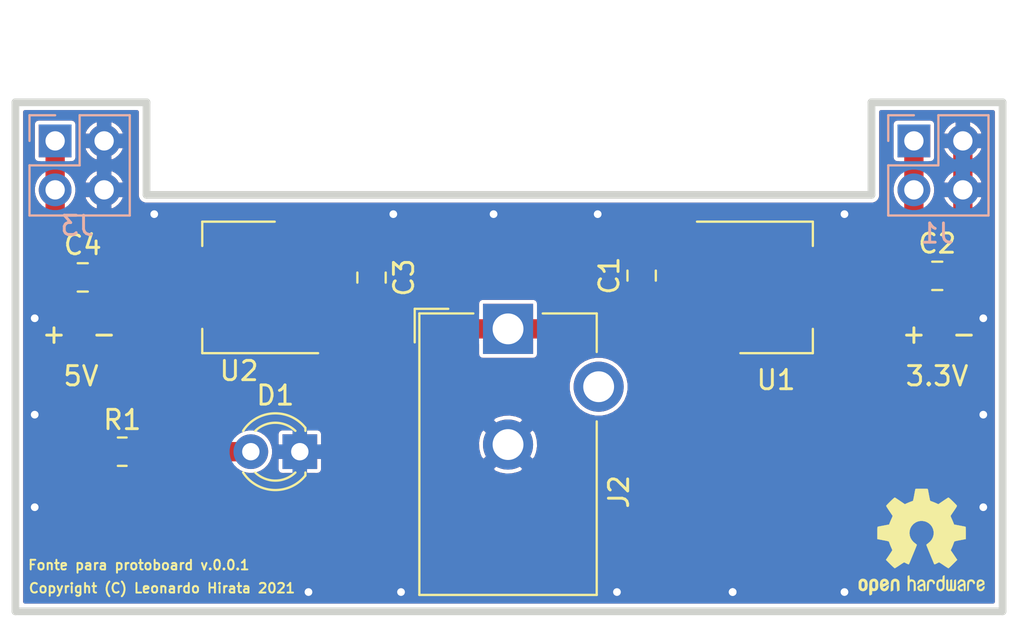
<source format=kicad_pcb>
(kicad_pcb (version 20171130) (host pcbnew "(5.1.9)-1")

  (general
    (thickness 1.6)
    (drawings 17)
    (tracks 50)
    (zones 0)
    (modules 12)
    (nets 6)
  )

  (page A4)
  (layers
    (0 F.Cu signal)
    (31 B.Cu signal)
    (32 B.Adhes user)
    (33 F.Adhes user)
    (34 B.Paste user)
    (35 F.Paste user)
    (36 B.SilkS user)
    (37 F.SilkS user)
    (38 B.Mask user)
    (39 F.Mask user)
    (40 Dwgs.User user)
    (41 Cmts.User user)
    (42 Eco1.User user)
    (43 Eco2.User user)
    (44 Edge.Cuts user)
    (45 Margin user)
    (46 B.CrtYd user)
    (47 F.CrtYd user)
    (48 B.Fab user)
    (49 F.Fab user)
  )

  (setup
    (last_trace_width 0.1524)
    (trace_clearance 0.1524)
    (zone_clearance 0.2)
    (zone_45_only no)
    (trace_min 0.1524)
    (via_size 0.8)
    (via_drill 0.4)
    (via_min_size 0.4)
    (via_min_drill 0.3)
    (uvia_size 0.3)
    (uvia_drill 0.1)
    (uvias_allowed no)
    (uvia_min_size 0.2)
    (uvia_min_drill 0.1)
    (edge_width 0.05)
    (segment_width 0.2)
    (pcb_text_width 0.3)
    (pcb_text_size 1.5 1.5)
    (mod_edge_width 0.12)
    (mod_text_size 1 1)
    (mod_text_width 0.15)
    (pad_size 1.524 1.524)
    (pad_drill 0.762)
    (pad_to_mask_clearance 0.0762)
    (solder_mask_min_width 0.1016)
    (aux_axis_origin 0 0)
    (visible_elements 7FFFFFFF)
    (pcbplotparams
      (layerselection 0x010fc_ffffffff)
      (usegerberextensions false)
      (usegerberattributes true)
      (usegerberadvancedattributes true)
      (creategerberjobfile true)
      (excludeedgelayer true)
      (linewidth 0.100000)
      (plotframeref false)
      (viasonmask false)
      (mode 1)
      (useauxorigin false)
      (hpglpennumber 1)
      (hpglpenspeed 20)
      (hpglpendiameter 15.000000)
      (psnegative false)
      (psa4output false)
      (plotreference true)
      (plotvalue true)
      (plotinvisibletext false)
      (padsonsilk false)
      (subtractmaskfromsilk false)
      (outputformat 1)
      (mirror false)
      (drillshape 1)
      (scaleselection 1)
      (outputdirectory ""))
  )

  (net 0 "")
  (net 1 GND)
  (net 2 "Net-(C1-Pad1)")
  (net 3 "Net-(C2-Pad1)")
  (net 4 "Net-(C4-Pad1)")
  (net 5 "Net-(D1-Pad2)")

  (net_class Default "This is the default net class."
    (clearance 0.1524)
    (trace_width 0.1524)
    (via_dia 0.8)
    (via_drill 0.4)
    (uvia_dia 0.3)
    (uvia_drill 0.1)
    (add_net GND)
    (add_net "Net-(C1-Pad1)")
    (add_net "Net-(C2-Pad1)")
    (add_net "Net-(C4-Pad1)")
    (add_net "Net-(D1-Pad2)")
  )

  (module Symbol:OSHW-Logo2_7.3x6mm_SilkScreen (layer F.Cu) (tedit 0) (tstamp 603ECC0D)
    (at 142.4 77.8)
    (descr "Open Source Hardware Symbol")
    (tags "Logo Symbol OSHW")
    (attr virtual)
    (fp_text reference REF** (at 0 0) (layer F.SilkS) hide
      (effects (font (size 1 1) (thickness 0.15)))
    )
    (fp_text value OSHW-Logo2_7.3x6mm_SilkScreen (at 0.75 0) (layer F.Fab) hide
      (effects (font (size 1 1) (thickness 0.15)))
    )
    (fp_poly (pts (xy 0.10391 -2.757652) (xy 0.182454 -2.757222) (xy 0.239298 -2.756058) (xy 0.278105 -2.753793)
      (xy 0.302538 -2.75006) (xy 0.316262 -2.744494) (xy 0.32294 -2.736727) (xy 0.326236 -2.726395)
      (xy 0.326556 -2.725057) (xy 0.331562 -2.700921) (xy 0.340829 -2.653299) (xy 0.353392 -2.587259)
      (xy 0.368287 -2.507872) (xy 0.384551 -2.420204) (xy 0.385119 -2.417125) (xy 0.40141 -2.331211)
      (xy 0.416652 -2.255304) (xy 0.429861 -2.193955) (xy 0.440054 -2.151718) (xy 0.446248 -2.133145)
      (xy 0.446543 -2.132816) (xy 0.464788 -2.123747) (xy 0.502405 -2.108633) (xy 0.551271 -2.090738)
      (xy 0.551543 -2.090642) (xy 0.613093 -2.067507) (xy 0.685657 -2.038035) (xy 0.754057 -2.008403)
      (xy 0.757294 -2.006938) (xy 0.868702 -1.956374) (xy 1.115399 -2.12484) (xy 1.191077 -2.176197)
      (xy 1.259631 -2.222111) (xy 1.317088 -2.25997) (xy 1.359476 -2.287163) (xy 1.382825 -2.301079)
      (xy 1.385042 -2.302111) (xy 1.40201 -2.297516) (xy 1.433701 -2.275345) (xy 1.481352 -2.234553)
      (xy 1.546198 -2.174095) (xy 1.612397 -2.109773) (xy 1.676214 -2.046388) (xy 1.733329 -1.988549)
      (xy 1.780305 -1.939825) (xy 1.813703 -1.90379) (xy 1.830085 -1.884016) (xy 1.830694 -1.882998)
      (xy 1.832505 -1.869428) (xy 1.825683 -1.847267) (xy 1.80854 -1.813522) (xy 1.779393 -1.7652)
      (xy 1.736555 -1.699308) (xy 1.679448 -1.614483) (xy 1.628766 -1.539823) (xy 1.583461 -1.47286)
      (xy 1.54615 -1.417484) (xy 1.519452 -1.37758) (xy 1.505985 -1.357038) (xy 1.505137 -1.355644)
      (xy 1.506781 -1.335962) (xy 1.519245 -1.297707) (xy 1.540048 -1.248111) (xy 1.547462 -1.232272)
      (xy 1.579814 -1.16171) (xy 1.614328 -1.081647) (xy 1.642365 -1.012371) (xy 1.662568 -0.960955)
      (xy 1.678615 -0.921881) (xy 1.687888 -0.901459) (xy 1.689041 -0.899886) (xy 1.706096 -0.897279)
      (xy 1.746298 -0.890137) (xy 1.804302 -0.879477) (xy 1.874763 -0.866315) (xy 1.952335 -0.851667)
      (xy 2.031672 -0.836551) (xy 2.107431 -0.821982) (xy 2.174264 -0.808978) (xy 2.226828 -0.798555)
      (xy 2.259776 -0.79173) (xy 2.267857 -0.789801) (xy 2.276205 -0.785038) (xy 2.282506 -0.774282)
      (xy 2.287045 -0.753902) (xy 2.290104 -0.720266) (xy 2.291967 -0.669745) (xy 2.292918 -0.598708)
      (xy 2.29324 -0.503524) (xy 2.293257 -0.464508) (xy 2.293257 -0.147201) (xy 2.217057 -0.132161)
      (xy 2.174663 -0.124005) (xy 2.1114 -0.112101) (xy 2.034962 -0.097884) (xy 1.953043 -0.08279)
      (xy 1.9304 -0.078645) (xy 1.854806 -0.063947) (xy 1.788953 -0.049495) (xy 1.738366 -0.036625)
      (xy 1.708574 -0.026678) (xy 1.703612 -0.023713) (xy 1.691426 -0.002717) (xy 1.673953 0.037967)
      (xy 1.654577 0.090322) (xy 1.650734 0.1016) (xy 1.625339 0.171523) (xy 1.593817 0.250418)
      (xy 1.562969 0.321266) (xy 1.562817 0.321595) (xy 1.511447 0.432733) (xy 1.680399 0.681253)
      (xy 1.849352 0.929772) (xy 1.632429 1.147058) (xy 1.566819 1.211726) (xy 1.506979 1.268733)
      (xy 1.456267 1.315033) (xy 1.418046 1.347584) (xy 1.395675 1.363343) (xy 1.392466 1.364343)
      (xy 1.373626 1.356469) (xy 1.33518 1.334578) (xy 1.28133 1.301267) (xy 1.216276 1.259131)
      (xy 1.14594 1.211943) (xy 1.074555 1.16381) (xy 1.010908 1.121928) (xy 0.959041 1.088871)
      (xy 0.922995 1.067218) (xy 0.906867 1.059543) (xy 0.887189 1.066037) (xy 0.849875 1.08315)
      (xy 0.802621 1.107326) (xy 0.797612 1.110013) (xy 0.733977 1.141927) (xy 0.690341 1.157579)
      (xy 0.663202 1.157745) (xy 0.649057 1.143204) (xy 0.648975 1.143) (xy 0.641905 1.125779)
      (xy 0.625042 1.084899) (xy 0.599695 1.023525) (xy 0.567171 0.944819) (xy 0.528778 0.851947)
      (xy 0.485822 0.748072) (xy 0.444222 0.647502) (xy 0.398504 0.536516) (xy 0.356526 0.433703)
      (xy 0.319548 0.342215) (xy 0.288827 0.265201) (xy 0.265622 0.205815) (xy 0.25119 0.167209)
      (xy 0.246743 0.1528) (xy 0.257896 0.136272) (xy 0.287069 0.10993) (xy 0.325971 0.080887)
      (xy 0.436757 -0.010961) (xy 0.523351 -0.116241) (xy 0.584716 -0.232734) (xy 0.619815 -0.358224)
      (xy 0.627608 -0.490493) (xy 0.621943 -0.551543) (xy 0.591078 -0.678205) (xy 0.53792 -0.790059)
      (xy 0.465767 -0.885999) (xy 0.377917 -0.964924) (xy 0.277665 -1.02573) (xy 0.16831 -1.067313)
      (xy 0.053147 -1.088572) (xy -0.064525 -1.088401) (xy -0.18141 -1.065699) (xy -0.294211 -1.019362)
      (xy -0.399631 -0.948287) (xy -0.443632 -0.908089) (xy -0.528021 -0.804871) (xy -0.586778 -0.692075)
      (xy -0.620296 -0.57299) (xy -0.628965 -0.450905) (xy -0.613177 -0.329107) (xy -0.573322 -0.210884)
      (xy -0.509793 -0.099525) (xy -0.422979 0.001684) (xy -0.325971 0.080887) (xy -0.285563 0.111162)
      (xy -0.257018 0.137219) (xy -0.246743 0.152825) (xy -0.252123 0.169843) (xy -0.267425 0.2105)
      (xy -0.291388 0.271642) (xy -0.322756 0.350119) (xy -0.360268 0.44278) (xy -0.402667 0.546472)
      (xy -0.444337 0.647526) (xy -0.49031 0.758607) (xy -0.532893 0.861541) (xy -0.570779 0.953165)
      (xy -0.60266 1.030316) (xy -0.627229 1.089831) (xy -0.64318 1.128544) (xy -0.64909 1.143)
      (xy -0.663052 1.157685) (xy -0.69006 1.157642) (xy -0.733587 1.142099) (xy -0.79711 1.110284)
      (xy -0.797612 1.110013) (xy -0.84544 1.085323) (xy -0.884103 1.067338) (xy -0.905905 1.059614)
      (xy -0.906867 1.059543) (xy -0.923279 1.067378) (xy -0.959513 1.089165) (xy -1.011526 1.122328)
      (xy -1.075275 1.164291) (xy -1.14594 1.211943) (xy -1.217884 1.260191) (xy -1.282726 1.302151)
      (xy -1.336265 1.335227) (xy -1.374303 1.356821) (xy -1.392467 1.364343) (xy -1.409192 1.354457)
      (xy -1.44282 1.326826) (xy -1.48999 1.284495) (xy -1.547342 1.230505) (xy -1.611516 1.167899)
      (xy -1.632503 1.146983) (xy -1.849501 0.929623) (xy -1.684332 0.68722) (xy -1.634136 0.612781)
      (xy -1.590081 0.545972) (xy -1.554638 0.490665) (xy -1.530281 0.450729) (xy -1.519478 0.430036)
      (xy -1.519162 0.428563) (xy -1.524857 0.409058) (xy -1.540174 0.369822) (xy -1.562463 0.31743)
      (xy -1.578107 0.282355) (xy -1.607359 0.215201) (xy -1.634906 0.147358) (xy -1.656263 0.090034)
      (xy -1.662065 0.072572) (xy -1.678548 0.025938) (xy -1.69466 -0.010095) (xy -1.70351 -0.023713)
      (xy -1.72304 -0.032048) (xy -1.765666 -0.043863) (xy -1.825855 -0.057819) (xy -1.898078 -0.072578)
      (xy -1.9304 -0.078645) (xy -2.012478 -0.093727) (xy -2.091205 -0.108331) (xy -2.158891 -0.12102)
      (xy -2.20784 -0.130358) (xy -2.217057 -0.132161) (xy -2.293257 -0.147201) (xy -2.293257 -0.464508)
      (xy -2.293086 -0.568846) (xy -2.292384 -0.647787) (xy -2.290866 -0.704962) (xy -2.288251 -0.744001)
      (xy -2.284254 -0.768535) (xy -2.278591 -0.782195) (xy -2.27098 -0.788611) (xy -2.267857 -0.789801)
      (xy -2.249022 -0.79402) (xy -2.207412 -0.802438) (xy -2.14837 -0.814039) (xy -2.077243 -0.827805)
      (xy -1.999375 -0.84272) (xy -1.920113 -0.857768) (xy -1.844802 -0.871931) (xy -1.778787 -0.884194)
      (xy -1.727413 -0.893539) (xy -1.696025 -0.89895) (xy -1.689041 -0.899886) (xy -1.682715 -0.912404)
      (xy -1.66871 -0.945754) (xy -1.649645 -0.993623) (xy -1.642366 -1.012371) (xy -1.613004 -1.084805)
      (xy -1.578429 -1.16483) (xy -1.547463 -1.232272) (xy -1.524677 -1.283841) (xy -1.509518 -1.326215)
      (xy -1.504458 -1.352166) (xy -1.505264 -1.355644) (xy -1.515959 -1.372064) (xy -1.54038 -1.408583)
      (xy -1.575905 -1.461313) (xy -1.619913 -1.526365) (xy -1.669783 -1.599849) (xy -1.679644 -1.614355)
      (xy -1.737508 -1.700296) (xy -1.780044 -1.765739) (xy -1.808946 -1.813696) (xy -1.82591 -1.84718)
      (xy -1.832633 -1.869205) (xy -1.83081 -1.882783) (xy -1.830764 -1.882869) (xy -1.816414 -1.900703)
      (xy -1.784677 -1.935183) (xy -1.73899 -1.982732) (xy -1.682796 -2.039778) (xy -1.619532 -2.102745)
      (xy -1.612398 -2.109773) (xy -1.53267 -2.18698) (xy -1.471143 -2.24367) (xy -1.426579 -2.28089)
      (xy -1.397743 -2.299685) (xy -1.385042 -2.302111) (xy -1.366506 -2.291529) (xy -1.328039 -2.267084)
      (xy -1.273614 -2.231388) (xy -1.207202 -2.187053) (xy -1.132775 -2.136689) (xy -1.115399 -2.12484)
      (xy -0.868703 -1.956374) (xy -0.757294 -2.006938) (xy -0.689543 -2.036405) (xy -0.616817 -2.066041)
      (xy -0.554297 -2.08967) (xy -0.551543 -2.090642) (xy -0.50264 -2.108543) (xy -0.464943 -2.12368)
      (xy -0.446575 -2.13279) (xy -0.446544 -2.132816) (xy -0.440715 -2.149283) (xy -0.430808 -2.189781)
      (xy -0.417805 -2.249758) (xy -0.402691 -2.32466) (xy -0.386448 -2.409936) (xy -0.385119 -2.417125)
      (xy -0.368825 -2.504986) (xy -0.353867 -2.58474) (xy -0.341209 -2.651319) (xy -0.331814 -2.699653)
      (xy -0.326646 -2.724675) (xy -0.326556 -2.725057) (xy -0.323411 -2.735701) (xy -0.317296 -2.743738)
      (xy -0.304547 -2.749533) (xy -0.2815 -2.753453) (xy -0.244491 -2.755865) (xy -0.189856 -2.757135)
      (xy -0.113933 -2.757629) (xy -0.013056 -2.757714) (xy 0 -2.757714) (xy 0.10391 -2.757652)) (layer F.SilkS) (width 0.01))
    (fp_poly (pts (xy 3.153595 1.966966) (xy 3.211021 2.004497) (xy 3.238719 2.038096) (xy 3.260662 2.099064)
      (xy 3.262405 2.147308) (xy 3.258457 2.211816) (xy 3.109686 2.276934) (xy 3.037349 2.310202)
      (xy 2.990084 2.336964) (xy 2.965507 2.360144) (xy 2.961237 2.382667) (xy 2.974889 2.407455)
      (xy 2.989943 2.423886) (xy 3.033746 2.450235) (xy 3.081389 2.452081) (xy 3.125145 2.431546)
      (xy 3.157289 2.390752) (xy 3.163038 2.376347) (xy 3.190576 2.331356) (xy 3.222258 2.312182)
      (xy 3.265714 2.295779) (xy 3.265714 2.357966) (xy 3.261872 2.400283) (xy 3.246823 2.435969)
      (xy 3.21528 2.476943) (xy 3.210592 2.482267) (xy 3.175506 2.51872) (xy 3.145347 2.538283)
      (xy 3.107615 2.547283) (xy 3.076335 2.55023) (xy 3.020385 2.550965) (xy 2.980555 2.54166)
      (xy 2.955708 2.527846) (xy 2.916656 2.497467) (xy 2.889625 2.464613) (xy 2.872517 2.423294)
      (xy 2.863238 2.367521) (xy 2.859693 2.291305) (xy 2.85941 2.252622) (xy 2.860372 2.206247)
      (xy 2.948007 2.206247) (xy 2.949023 2.231126) (xy 2.951556 2.2352) (xy 2.968274 2.229665)
      (xy 3.004249 2.215017) (xy 3.052331 2.19419) (xy 3.062386 2.189714) (xy 3.123152 2.158814)
      (xy 3.156632 2.131657) (xy 3.16399 2.10622) (xy 3.146391 2.080481) (xy 3.131856 2.069109)
      (xy 3.07941 2.046364) (xy 3.030322 2.050122) (xy 2.989227 2.077884) (xy 2.960758 2.127152)
      (xy 2.951631 2.166257) (xy 2.948007 2.206247) (xy 2.860372 2.206247) (xy 2.861285 2.162249)
      (xy 2.868196 2.095384) (xy 2.881884 2.046695) (xy 2.904096 2.010849) (xy 2.936574 1.982513)
      (xy 2.950733 1.973355) (xy 3.015053 1.949507) (xy 3.085473 1.948006) (xy 3.153595 1.966966)) (layer F.SilkS) (width 0.01))
    (fp_poly (pts (xy 2.6526 1.958752) (xy 2.669948 1.966334) (xy 2.711356 1.999128) (xy 2.746765 2.046547)
      (xy 2.768664 2.097151) (xy 2.772229 2.122098) (xy 2.760279 2.156927) (xy 2.734067 2.175357)
      (xy 2.705964 2.186516) (xy 2.693095 2.188572) (xy 2.686829 2.173649) (xy 2.674456 2.141175)
      (xy 2.669028 2.126502) (xy 2.63859 2.075744) (xy 2.59452 2.050427) (xy 2.53801 2.051206)
      (xy 2.533825 2.052203) (xy 2.503655 2.066507) (xy 2.481476 2.094393) (xy 2.466327 2.139287)
      (xy 2.45725 2.204615) (xy 2.453286 2.293804) (xy 2.452914 2.341261) (xy 2.45273 2.416071)
      (xy 2.451522 2.467069) (xy 2.448309 2.499471) (xy 2.442109 2.518495) (xy 2.43194 2.529356)
      (xy 2.416819 2.537272) (xy 2.415946 2.53767) (xy 2.386828 2.549981) (xy 2.372403 2.554514)
      (xy 2.370186 2.540809) (xy 2.368289 2.502925) (xy 2.366847 2.445715) (xy 2.365998 2.374027)
      (xy 2.365829 2.321565) (xy 2.366692 2.220047) (xy 2.37007 2.143032) (xy 2.377142 2.086023)
      (xy 2.389088 2.044526) (xy 2.40709 2.014043) (xy 2.432327 1.99008) (xy 2.457247 1.973355)
      (xy 2.517171 1.951097) (xy 2.586911 1.946076) (xy 2.6526 1.958752)) (layer F.SilkS) (width 0.01))
    (fp_poly (pts (xy 2.144876 1.956335) (xy 2.186667 1.975344) (xy 2.219469 1.998378) (xy 2.243503 2.024133)
      (xy 2.260097 2.057358) (xy 2.270577 2.1028) (xy 2.276271 2.165207) (xy 2.278507 2.249327)
      (xy 2.278743 2.304721) (xy 2.278743 2.520826) (xy 2.241774 2.53767) (xy 2.212656 2.549981)
      (xy 2.198231 2.554514) (xy 2.195472 2.541025) (xy 2.193282 2.504653) (xy 2.191942 2.451542)
      (xy 2.191657 2.409372) (xy 2.190434 2.348447) (xy 2.187136 2.300115) (xy 2.182321 2.270518)
      (xy 2.178496 2.264229) (xy 2.152783 2.270652) (xy 2.112418 2.287125) (xy 2.065679 2.309458)
      (xy 2.020845 2.333457) (xy 1.986193 2.35493) (xy 1.970002 2.369685) (xy 1.969938 2.369845)
      (xy 1.97133 2.397152) (xy 1.983818 2.423219) (xy 2.005743 2.444392) (xy 2.037743 2.451474)
      (xy 2.065092 2.450649) (xy 2.103826 2.450042) (xy 2.124158 2.459116) (xy 2.136369 2.483092)
      (xy 2.137909 2.487613) (xy 2.143203 2.521806) (xy 2.129047 2.542568) (xy 2.092148 2.552462)
      (xy 2.052289 2.554292) (xy 1.980562 2.540727) (xy 1.943432 2.521355) (xy 1.897576 2.475845)
      (xy 1.873256 2.419983) (xy 1.871073 2.360957) (xy 1.891629 2.305953) (xy 1.922549 2.271486)
      (xy 1.95342 2.252189) (xy 2.001942 2.227759) (xy 2.058485 2.202985) (xy 2.06791 2.199199)
      (xy 2.130019 2.171791) (xy 2.165822 2.147634) (xy 2.177337 2.123619) (xy 2.16658 2.096635)
      (xy 2.148114 2.075543) (xy 2.104469 2.049572) (xy 2.056446 2.047624) (xy 2.012406 2.067637)
      (xy 1.980709 2.107551) (xy 1.976549 2.117848) (xy 1.952327 2.155724) (xy 1.916965 2.183842)
      (xy 1.872343 2.206917) (xy 1.872343 2.141485) (xy 1.874969 2.101506) (xy 1.88623 2.069997)
      (xy 1.911199 2.036378) (xy 1.935169 2.010484) (xy 1.972441 1.973817) (xy 2.001401 1.954121)
      (xy 2.032505 1.94622) (xy 2.067713 1.944914) (xy 2.144876 1.956335)) (layer F.SilkS) (width 0.01))
    (fp_poly (pts (xy 1.779833 1.958663) (xy 1.782048 1.99685) (xy 1.783784 2.054886) (xy 1.784899 2.12818)
      (xy 1.785257 2.205055) (xy 1.785257 2.465196) (xy 1.739326 2.511127) (xy 1.707675 2.539429)
      (xy 1.67989 2.550893) (xy 1.641915 2.550168) (xy 1.62684 2.548321) (xy 1.579726 2.542948)
      (xy 1.540756 2.539869) (xy 1.531257 2.539585) (xy 1.499233 2.541445) (xy 1.453432 2.546114)
      (xy 1.435674 2.548321) (xy 1.392057 2.551735) (xy 1.362745 2.54432) (xy 1.33368 2.521427)
      (xy 1.323188 2.511127) (xy 1.277257 2.465196) (xy 1.277257 1.978602) (xy 1.314226 1.961758)
      (xy 1.346059 1.949282) (xy 1.364683 1.944914) (xy 1.369458 1.958718) (xy 1.373921 1.997286)
      (xy 1.377775 2.056356) (xy 1.380722 2.131663) (xy 1.382143 2.195286) (xy 1.386114 2.445657)
      (xy 1.420759 2.450556) (xy 1.452268 2.447131) (xy 1.467708 2.436041) (xy 1.472023 2.415308)
      (xy 1.475708 2.371145) (xy 1.478469 2.309146) (xy 1.480012 2.234909) (xy 1.480235 2.196706)
      (xy 1.480457 1.976783) (xy 1.526166 1.960849) (xy 1.558518 1.950015) (xy 1.576115 1.944962)
      (xy 1.576623 1.944914) (xy 1.578388 1.958648) (xy 1.580329 1.99673) (xy 1.582282 2.054482)
      (xy 1.584084 2.127227) (xy 1.585343 2.195286) (xy 1.589314 2.445657) (xy 1.6764 2.445657)
      (xy 1.680396 2.21724) (xy 1.684392 1.988822) (xy 1.726847 1.966868) (xy 1.758192 1.951793)
      (xy 1.776744 1.944951) (xy 1.777279 1.944914) (xy 1.779833 1.958663)) (layer F.SilkS) (width 0.01))
    (fp_poly (pts (xy 1.190117 2.065358) (xy 1.189933 2.173837) (xy 1.189219 2.257287) (xy 1.187675 2.319704)
      (xy 1.185001 2.365085) (xy 1.180894 2.397429) (xy 1.175055 2.420733) (xy 1.167182 2.438995)
      (xy 1.161221 2.449418) (xy 1.111855 2.505945) (xy 1.049264 2.541377) (xy 0.980013 2.55409)
      (xy 0.910668 2.542463) (xy 0.869375 2.521568) (xy 0.826025 2.485422) (xy 0.796481 2.441276)
      (xy 0.778655 2.383462) (xy 0.770463 2.306313) (xy 0.769302 2.249714) (xy 0.769458 2.245647)
      (xy 0.870857 2.245647) (xy 0.871476 2.31055) (xy 0.874314 2.353514) (xy 0.88084 2.381622)
      (xy 0.892523 2.401953) (xy 0.906483 2.417288) (xy 0.953365 2.44689) (xy 1.003701 2.449419)
      (xy 1.051276 2.424705) (xy 1.054979 2.421356) (xy 1.070783 2.403935) (xy 1.080693 2.383209)
      (xy 1.086058 2.352362) (xy 1.088228 2.304577) (xy 1.088571 2.251748) (xy 1.087827 2.185381)
      (xy 1.084748 2.141106) (xy 1.078061 2.112009) (xy 1.066496 2.091173) (xy 1.057013 2.080107)
      (xy 1.01296 2.052198) (xy 0.962224 2.048843) (xy 0.913796 2.070159) (xy 0.90445 2.078073)
      (xy 0.88854 2.095647) (xy 0.87861 2.116587) (xy 0.873278 2.147782) (xy 0.871163 2.196122)
      (xy 0.870857 2.245647) (xy 0.769458 2.245647) (xy 0.77281 2.158568) (xy 0.784726 2.090086)
      (xy 0.807135 2.0386) (xy 0.842124 1.998443) (xy 0.869375 1.977861) (xy 0.918907 1.955625)
      (xy 0.976316 1.945304) (xy 1.029682 1.948067) (xy 1.059543 1.959212) (xy 1.071261 1.962383)
      (xy 1.079037 1.950557) (xy 1.084465 1.918866) (xy 1.088571 1.870593) (xy 1.093067 1.816829)
      (xy 1.099313 1.784482) (xy 1.110676 1.765985) (xy 1.130528 1.75377) (xy 1.143 1.748362)
      (xy 1.190171 1.728601) (xy 1.190117 2.065358)) (layer F.SilkS) (width 0.01))
    (fp_poly (pts (xy 0.529926 1.949755) (xy 0.595858 1.974084) (xy 0.649273 2.017117) (xy 0.670164 2.047409)
      (xy 0.692939 2.102994) (xy 0.692466 2.143186) (xy 0.668562 2.170217) (xy 0.659717 2.174813)
      (xy 0.62153 2.189144) (xy 0.602028 2.185472) (xy 0.595422 2.161407) (xy 0.595086 2.148114)
      (xy 0.582992 2.09921) (xy 0.551471 2.064999) (xy 0.507659 2.048476) (xy 0.458695 2.052634)
      (xy 0.418894 2.074227) (xy 0.40545 2.086544) (xy 0.395921 2.101487) (xy 0.389485 2.124075)
      (xy 0.385317 2.159328) (xy 0.382597 2.212266) (xy 0.380502 2.287907) (xy 0.37996 2.311857)
      (xy 0.377981 2.39379) (xy 0.375731 2.451455) (xy 0.372357 2.489608) (xy 0.367006 2.513004)
      (xy 0.358824 2.526398) (xy 0.346959 2.534545) (xy 0.339362 2.538144) (xy 0.307102 2.550452)
      (xy 0.288111 2.554514) (xy 0.281836 2.540948) (xy 0.278006 2.499934) (xy 0.2766 2.430999)
      (xy 0.277598 2.333669) (xy 0.277908 2.318657) (xy 0.280101 2.229859) (xy 0.282693 2.165019)
      (xy 0.286382 2.119067) (xy 0.291864 2.086935) (xy 0.299835 2.063553) (xy 0.310993 2.043852)
      (xy 0.31683 2.03541) (xy 0.350296 1.998057) (xy 0.387727 1.969003) (xy 0.392309 1.966467)
      (xy 0.459426 1.946443) (xy 0.529926 1.949755)) (layer F.SilkS) (width 0.01))
    (fp_poly (pts (xy 0.039744 1.950968) (xy 0.096616 1.972087) (xy 0.097267 1.972493) (xy 0.13244 1.99838)
      (xy 0.158407 2.028633) (xy 0.17667 2.068058) (xy 0.188732 2.121462) (xy 0.196096 2.193651)
      (xy 0.200264 2.289432) (xy 0.200629 2.303078) (xy 0.205876 2.508842) (xy 0.161716 2.531678)
      (xy 0.129763 2.54711) (xy 0.11047 2.554423) (xy 0.109578 2.554514) (xy 0.106239 2.541022)
      (xy 0.103587 2.504626) (xy 0.101956 2.451452) (xy 0.1016 2.408393) (xy 0.101592 2.338641)
      (xy 0.098403 2.294837) (xy 0.087288 2.273944) (xy 0.063501 2.272925) (xy 0.022296 2.288741)
      (xy -0.039914 2.317815) (xy -0.085659 2.341963) (xy -0.109187 2.362913) (xy -0.116104 2.385747)
      (xy -0.116114 2.386877) (xy -0.104701 2.426212) (xy -0.070908 2.447462) (xy -0.019191 2.450539)
      (xy 0.018061 2.450006) (xy 0.037703 2.460735) (xy 0.049952 2.486505) (xy 0.057002 2.519337)
      (xy 0.046842 2.537966) (xy 0.043017 2.540632) (xy 0.007001 2.55134) (xy -0.043434 2.552856)
      (xy -0.095374 2.545759) (xy -0.132178 2.532788) (xy -0.183062 2.489585) (xy -0.211986 2.429446)
      (xy -0.217714 2.382462) (xy -0.213343 2.340082) (xy -0.197525 2.305488) (xy -0.166203 2.274763)
      (xy -0.115322 2.24399) (xy -0.040824 2.209252) (xy -0.036286 2.207288) (xy 0.030821 2.176287)
      (xy 0.072232 2.150862) (xy 0.089981 2.128014) (xy 0.086107 2.104745) (xy 0.062643 2.078056)
      (xy 0.055627 2.071914) (xy 0.00863 2.0481) (xy -0.040067 2.049103) (xy -0.082478 2.072451)
      (xy -0.110616 2.115675) (xy -0.113231 2.12416) (xy -0.138692 2.165308) (xy -0.170999 2.185128)
      (xy -0.217714 2.20477) (xy -0.217714 2.15395) (xy -0.203504 2.080082) (xy -0.161325 2.012327)
      (xy -0.139376 1.989661) (xy -0.089483 1.960569) (xy -0.026033 1.9474) (xy 0.039744 1.950968)) (layer F.SilkS) (width 0.01))
    (fp_poly (pts (xy -0.624114 1.851289) (xy -0.619861 1.910613) (xy -0.614975 1.945572) (xy -0.608205 1.96082)
      (xy -0.598298 1.961015) (xy -0.595086 1.959195) (xy -0.552356 1.946015) (xy -0.496773 1.946785)
      (xy -0.440263 1.960333) (xy -0.404918 1.977861) (xy -0.368679 2.005861) (xy -0.342187 2.037549)
      (xy -0.324001 2.077813) (xy -0.312678 2.131543) (xy -0.306778 2.203626) (xy -0.304857 2.298951)
      (xy -0.304823 2.317237) (xy -0.3048 2.522646) (xy -0.350509 2.53858) (xy -0.382973 2.54942)
      (xy -0.400785 2.554468) (xy -0.401309 2.554514) (xy -0.403063 2.540828) (xy -0.404556 2.503076)
      (xy -0.405674 2.446224) (xy -0.406303 2.375234) (xy -0.4064 2.332073) (xy -0.406602 2.246973)
      (xy -0.407642 2.185981) (xy -0.410169 2.144177) (xy -0.414836 2.116642) (xy -0.422293 2.098456)
      (xy -0.433189 2.084698) (xy -0.439993 2.078073) (xy -0.486728 2.051375) (xy -0.537728 2.049375)
      (xy -0.583999 2.071955) (xy -0.592556 2.080107) (xy -0.605107 2.095436) (xy -0.613812 2.113618)
      (xy -0.619369 2.139909) (xy -0.622474 2.179562) (xy -0.623824 2.237832) (xy -0.624114 2.318173)
      (xy -0.624114 2.522646) (xy -0.669823 2.53858) (xy -0.702287 2.54942) (xy -0.720099 2.554468)
      (xy -0.720623 2.554514) (xy -0.721963 2.540623) (xy -0.723172 2.501439) (xy -0.724199 2.4407)
      (xy -0.724998 2.362141) (xy -0.725519 2.269498) (xy -0.725714 2.166509) (xy -0.725714 1.769342)
      (xy -0.678543 1.749444) (xy -0.631371 1.729547) (xy -0.624114 1.851289)) (layer F.SilkS) (width 0.01))
    (fp_poly (pts (xy -1.831697 1.931239) (xy -1.774473 1.969735) (xy -1.730251 2.025335) (xy -1.703833 2.096086)
      (xy -1.69849 2.148162) (xy -1.699097 2.169893) (xy -1.704178 2.186531) (xy -1.718145 2.201437)
      (xy -1.745411 2.217973) (xy -1.790388 2.239498) (xy -1.857489 2.269374) (xy -1.857829 2.269524)
      (xy -1.919593 2.297813) (xy -1.970241 2.322933) (xy -2.004596 2.342179) (xy -2.017482 2.352848)
      (xy -2.017486 2.352934) (xy -2.006128 2.376166) (xy -1.979569 2.401774) (xy -1.949077 2.420221)
      (xy -1.93363 2.423886) (xy -1.891485 2.411212) (xy -1.855192 2.379471) (xy -1.837483 2.344572)
      (xy -1.820448 2.318845) (xy -1.787078 2.289546) (xy -1.747851 2.264235) (xy -1.713244 2.250471)
      (xy -1.706007 2.249714) (xy -1.697861 2.26216) (xy -1.69737 2.293972) (xy -1.703357 2.336866)
      (xy -1.714643 2.382558) (xy -1.73005 2.422761) (xy -1.730829 2.424322) (xy -1.777196 2.489062)
      (xy -1.837289 2.533097) (xy -1.905535 2.554711) (xy -1.976362 2.552185) (xy -2.044196 2.523804)
      (xy -2.047212 2.521808) (xy -2.100573 2.473448) (xy -2.13566 2.410352) (xy -2.155078 2.327387)
      (xy -2.157684 2.304078) (xy -2.162299 2.194055) (xy -2.156767 2.142748) (xy -2.017486 2.142748)
      (xy -2.015676 2.174753) (xy -2.005778 2.184093) (xy -1.981102 2.177105) (xy -1.942205 2.160587)
      (xy -1.898725 2.139881) (xy -1.897644 2.139333) (xy -1.860791 2.119949) (xy -1.846 2.107013)
      (xy -1.849647 2.093451) (xy -1.865005 2.075632) (xy -1.904077 2.049845) (xy -1.946154 2.04795)
      (xy -1.983897 2.066717) (xy -2.009966 2.102915) (xy -2.017486 2.142748) (xy -2.156767 2.142748)
      (xy -2.152806 2.106027) (xy -2.12845 2.036212) (xy -2.094544 1.987302) (xy -2.033347 1.937878)
      (xy -1.965937 1.913359) (xy -1.89712 1.911797) (xy -1.831697 1.931239)) (layer F.SilkS) (width 0.01))
    (fp_poly (pts (xy -2.958885 1.921962) (xy -2.890855 1.957733) (xy -2.840649 2.015301) (xy -2.822815 2.052312)
      (xy -2.808937 2.107882) (xy -2.801833 2.178096) (xy -2.80116 2.254727) (xy -2.806573 2.329552)
      (xy -2.81773 2.394342) (xy -2.834286 2.440873) (xy -2.839374 2.448887) (xy -2.899645 2.508707)
      (xy -2.971231 2.544535) (xy -3.048908 2.55502) (xy -3.127452 2.53881) (xy -3.149311 2.529092)
      (xy -3.191878 2.499143) (xy -3.229237 2.459433) (xy -3.232768 2.454397) (xy -3.247119 2.430124)
      (xy -3.256606 2.404178) (xy -3.26221 2.370022) (xy -3.264914 2.321119) (xy -3.265701 2.250935)
      (xy -3.265714 2.2352) (xy -3.265678 2.230192) (xy -3.120571 2.230192) (xy -3.119727 2.29643)
      (xy -3.116404 2.340386) (xy -3.109417 2.368779) (xy -3.097584 2.388325) (xy -3.091543 2.394857)
      (xy -3.056814 2.41968) (xy -3.023097 2.418548) (xy -2.989005 2.397016) (xy -2.968671 2.374029)
      (xy -2.956629 2.340478) (xy -2.949866 2.287569) (xy -2.949402 2.281399) (xy -2.948248 2.185513)
      (xy -2.960312 2.114299) (xy -2.98543 2.068194) (xy -3.02344 2.047635) (xy -3.037008 2.046514)
      (xy -3.072636 2.052152) (xy -3.097006 2.071686) (xy -3.111907 2.109042) (xy -3.119125 2.16815)
      (xy -3.120571 2.230192) (xy -3.265678 2.230192) (xy -3.265174 2.160413) (xy -3.262904 2.108159)
      (xy -3.257932 2.071949) (xy -3.249287 2.045299) (xy -3.235995 2.021722) (xy -3.233057 2.017338)
      (xy -3.183687 1.958249) (xy -3.129891 1.923947) (xy -3.064398 1.910331) (xy -3.042158 1.909665)
      (xy -2.958885 1.921962)) (layer F.SilkS) (width 0.01))
    (fp_poly (pts (xy -1.283907 1.92778) (xy -1.237328 1.954723) (xy -1.204943 1.981466) (xy -1.181258 2.009484)
      (xy -1.164941 2.043748) (xy -1.154661 2.089227) (xy -1.149086 2.150892) (xy -1.146884 2.233711)
      (xy -1.146629 2.293246) (xy -1.146629 2.512391) (xy -1.208314 2.540044) (xy -1.27 2.567697)
      (xy -1.277257 2.32767) (xy -1.280256 2.238028) (xy -1.283402 2.172962) (xy -1.287299 2.128026)
      (xy -1.292553 2.09877) (xy -1.299769 2.080748) (xy -1.30955 2.069511) (xy -1.312688 2.067079)
      (xy -1.360239 2.048083) (xy -1.408303 2.0556) (xy -1.436914 2.075543) (xy -1.448553 2.089675)
      (xy -1.456609 2.10822) (xy -1.461729 2.136334) (xy -1.464559 2.179173) (xy -1.465744 2.241895)
      (xy -1.465943 2.307261) (xy -1.465982 2.389268) (xy -1.467386 2.447316) (xy -1.472086 2.486465)
      (xy -1.482013 2.51178) (xy -1.499097 2.528323) (xy -1.525268 2.541156) (xy -1.560225 2.554491)
      (xy -1.598404 2.569007) (xy -1.593859 2.311389) (xy -1.592029 2.218519) (xy -1.589888 2.149889)
      (xy -1.586819 2.100711) (xy -1.582206 2.066198) (xy -1.575432 2.041562) (xy -1.565881 2.022016)
      (xy -1.554366 2.00477) (xy -1.49881 1.94968) (xy -1.43102 1.917822) (xy -1.357287 1.910191)
      (xy -1.283907 1.92778)) (layer F.SilkS) (width 0.01))
    (fp_poly (pts (xy -2.400256 1.919918) (xy -2.344799 1.947568) (xy -2.295852 1.99848) (xy -2.282371 2.017338)
      (xy -2.267686 2.042015) (xy -2.258158 2.068816) (xy -2.252707 2.104587) (xy -2.250253 2.156169)
      (xy -2.249714 2.224267) (xy -2.252148 2.317588) (xy -2.260606 2.387657) (xy -2.276826 2.439931)
      (xy -2.302546 2.479869) (xy -2.339503 2.512929) (xy -2.342218 2.514886) (xy -2.37864 2.534908)
      (xy -2.422498 2.544815) (xy -2.478276 2.547257) (xy -2.568952 2.547257) (xy -2.56899 2.635283)
      (xy -2.569834 2.684308) (xy -2.574976 2.713065) (xy -2.588413 2.730311) (xy -2.614142 2.744808)
      (xy -2.620321 2.747769) (xy -2.649236 2.761648) (xy -2.671624 2.770414) (xy -2.688271 2.771171)
      (xy -2.699964 2.761023) (xy -2.70749 2.737073) (xy -2.711634 2.696426) (xy -2.713185 2.636186)
      (xy -2.712929 2.553455) (xy -2.711651 2.445339) (xy -2.711252 2.413) (xy -2.709815 2.301524)
      (xy -2.708528 2.228603) (xy -2.569029 2.228603) (xy -2.568245 2.290499) (xy -2.56476 2.330997)
      (xy -2.556876 2.357708) (xy -2.542895 2.378244) (xy -2.533403 2.38826) (xy -2.494596 2.417567)
      (xy -2.460237 2.419952) (xy -2.424784 2.39575) (xy -2.423886 2.394857) (xy -2.409461 2.376153)
      (xy -2.400687 2.350732) (xy -2.396261 2.311584) (xy -2.394882 2.251697) (xy -2.394857 2.23843)
      (xy -2.398188 2.155901) (xy -2.409031 2.098691) (xy -2.42866 2.063766) (xy -2.45835 2.048094)
      (xy -2.475509 2.046514) (xy -2.516234 2.053926) (xy -2.544168 2.07833) (xy -2.560983 2.12298)
      (xy -2.56835 2.19113) (xy -2.569029 2.228603) (xy -2.708528 2.228603) (xy -2.708292 2.215245)
      (xy -2.706323 2.150333) (xy -2.70355 2.102958) (xy -2.699612 2.06929) (xy -2.694151 2.045498)
      (xy -2.686808 2.027753) (xy -2.677223 2.012224) (xy -2.673113 2.006381) (xy -2.618595 1.951185)
      (xy -2.549664 1.91989) (xy -2.469928 1.911165) (xy -2.400256 1.919918)) (layer F.SilkS) (width 0.01))
  )

  (module Capacitor_SMD:C_0805_2012Metric_Pad1.18x1.45mm_HandSolder (layer F.Cu) (tedit 5F68FEEF) (tstamp 603C7370)
    (at 127.88 63.9875 90)
    (descr "Capacitor SMD 0805 (2012 Metric), square (rectangular) end terminal, IPC_7351 nominal with elongated pad for handsoldering. (Body size source: IPC-SM-782 page 76, https://www.pcb-3d.com/wordpress/wp-content/uploads/ipc-sm-782a_amendment_1_and_2.pdf, https://docs.google.com/spreadsheets/d/1BsfQQcO9C6DZCsRaXUlFlo91Tg2WpOkGARC1WS5S8t0/edit?usp=sharing), generated with kicad-footprint-generator")
    (tags "capacitor handsolder")
    (path /603E4A67)
    (attr smd)
    (fp_text reference C1 (at 0 -1.68 90) (layer F.SilkS)
      (effects (font (size 1 1) (thickness 0.15)))
    )
    (fp_text value 10uF (at 0 1.68 90) (layer F.Fab)
      (effects (font (size 1 1) (thickness 0.15)))
    )
    (fp_line (start -1 0.625) (end -1 -0.625) (layer F.Fab) (width 0.1))
    (fp_line (start -1 -0.625) (end 1 -0.625) (layer F.Fab) (width 0.1))
    (fp_line (start 1 -0.625) (end 1 0.625) (layer F.Fab) (width 0.1))
    (fp_line (start 1 0.625) (end -1 0.625) (layer F.Fab) (width 0.1))
    (fp_line (start -0.261252 -0.735) (end 0.261252 -0.735) (layer F.SilkS) (width 0.12))
    (fp_line (start -0.261252 0.735) (end 0.261252 0.735) (layer F.SilkS) (width 0.12))
    (fp_line (start -1.88 0.98) (end -1.88 -0.98) (layer F.CrtYd) (width 0.05))
    (fp_line (start -1.88 -0.98) (end 1.88 -0.98) (layer F.CrtYd) (width 0.05))
    (fp_line (start 1.88 -0.98) (end 1.88 0.98) (layer F.CrtYd) (width 0.05))
    (fp_line (start 1.88 0.98) (end -1.88 0.98) (layer F.CrtYd) (width 0.05))
    (fp_text user %R (at 0 0 90) (layer F.Fab)
      (effects (font (size 0.5 0.5) (thickness 0.08)))
    )
    (pad 2 smd roundrect (at 1.0375 0 90) (size 1.175 1.45) (layers F.Cu F.Paste F.Mask) (roundrect_rratio 0.212766)
      (net 1 GND))
    (pad 1 smd roundrect (at -1.0375 0 90) (size 1.175 1.45) (layers F.Cu F.Paste F.Mask) (roundrect_rratio 0.212766)
      (net 2 "Net-(C1-Pad1)"))
    (model ${KISYS3DMOD}/Capacitor_SMD.3dshapes/C_0805_2012Metric.wrl
      (at (xyz 0 0 0))
      (scale (xyz 1 1 1))
      (rotate (xyz 0 0 0))
    )
  )

  (module Capacitor_SMD:C_0805_2012Metric_Pad1.18x1.45mm_HandSolder (layer F.Cu) (tedit 5F68FEEF) (tstamp 603C7381)
    (at 143.2125 64)
    (descr "Capacitor SMD 0805 (2012 Metric), square (rectangular) end terminal, IPC_7351 nominal with elongated pad for handsoldering. (Body size source: IPC-SM-782 page 76, https://www.pcb-3d.com/wordpress/wp-content/uploads/ipc-sm-782a_amendment_1_and_2.pdf, https://docs.google.com/spreadsheets/d/1BsfQQcO9C6DZCsRaXUlFlo91Tg2WpOkGARC1WS5S8t0/edit?usp=sharing), generated with kicad-footprint-generator")
    (tags "capacitor handsolder")
    (path /603E3AA6)
    (attr smd)
    (fp_text reference C2 (at 0 -1.68) (layer F.SilkS)
      (effects (font (size 1 1) (thickness 0.15)))
    )
    (fp_text value 22uF (at 0 1.68) (layer F.Fab)
      (effects (font (size 1 1) (thickness 0.15)))
    )
    (fp_line (start -1 0.625) (end -1 -0.625) (layer F.Fab) (width 0.1))
    (fp_line (start -1 -0.625) (end 1 -0.625) (layer F.Fab) (width 0.1))
    (fp_line (start 1 -0.625) (end 1 0.625) (layer F.Fab) (width 0.1))
    (fp_line (start 1 0.625) (end -1 0.625) (layer F.Fab) (width 0.1))
    (fp_line (start -0.261252 -0.735) (end 0.261252 -0.735) (layer F.SilkS) (width 0.12))
    (fp_line (start -0.261252 0.735) (end 0.261252 0.735) (layer F.SilkS) (width 0.12))
    (fp_line (start -1.88 0.98) (end -1.88 -0.98) (layer F.CrtYd) (width 0.05))
    (fp_line (start -1.88 -0.98) (end 1.88 -0.98) (layer F.CrtYd) (width 0.05))
    (fp_line (start 1.88 -0.98) (end 1.88 0.98) (layer F.CrtYd) (width 0.05))
    (fp_line (start 1.88 0.98) (end -1.88 0.98) (layer F.CrtYd) (width 0.05))
    (fp_text user %R (at 0 0) (layer F.Fab)
      (effects (font (size 0.5 0.5) (thickness 0.08)))
    )
    (pad 2 smd roundrect (at 1.0375 0) (size 1.175 1.45) (layers F.Cu F.Paste F.Mask) (roundrect_rratio 0.212766)
      (net 1 GND))
    (pad 1 smd roundrect (at -1.0375 0) (size 1.175 1.45) (layers F.Cu F.Paste F.Mask) (roundrect_rratio 0.212766)
      (net 3 "Net-(C2-Pad1)"))
    (model ${KISYS3DMOD}/Capacitor_SMD.3dshapes/C_0805_2012Metric.wrl
      (at (xyz 0 0 0))
      (scale (xyz 1 1 1))
      (rotate (xyz 0 0 0))
    )
  )

  (module Capacitor_SMD:C_0805_2012Metric_Pad1.18x1.45mm_HandSolder (layer F.Cu) (tedit 5F68FEEF) (tstamp 603C7392)
    (at 113.87 64.09 270)
    (descr "Capacitor SMD 0805 (2012 Metric), square (rectangular) end terminal, IPC_7351 nominal with elongated pad for handsoldering. (Body size source: IPC-SM-782 page 76, https://www.pcb-3d.com/wordpress/wp-content/uploads/ipc-sm-782a_amendment_1_and_2.pdf, https://docs.google.com/spreadsheets/d/1BsfQQcO9C6DZCsRaXUlFlo91Tg2WpOkGARC1WS5S8t0/edit?usp=sharing), generated with kicad-footprint-generator")
    (tags "capacitor handsolder")
    (path /603E0680)
    (attr smd)
    (fp_text reference C3 (at 0 -1.68 90) (layer F.SilkS)
      (effects (font (size 1 1) (thickness 0.15)))
    )
    (fp_text value 10uF (at 0 1.68 90) (layer F.Fab)
      (effects (font (size 1 1) (thickness 0.15)))
    )
    (fp_line (start 1.88 0.98) (end -1.88 0.98) (layer F.CrtYd) (width 0.05))
    (fp_line (start 1.88 -0.98) (end 1.88 0.98) (layer F.CrtYd) (width 0.05))
    (fp_line (start -1.88 -0.98) (end 1.88 -0.98) (layer F.CrtYd) (width 0.05))
    (fp_line (start -1.88 0.98) (end -1.88 -0.98) (layer F.CrtYd) (width 0.05))
    (fp_line (start -0.261252 0.735) (end 0.261252 0.735) (layer F.SilkS) (width 0.12))
    (fp_line (start -0.261252 -0.735) (end 0.261252 -0.735) (layer F.SilkS) (width 0.12))
    (fp_line (start 1 0.625) (end -1 0.625) (layer F.Fab) (width 0.1))
    (fp_line (start 1 -0.625) (end 1 0.625) (layer F.Fab) (width 0.1))
    (fp_line (start -1 -0.625) (end 1 -0.625) (layer F.Fab) (width 0.1))
    (fp_line (start -1 0.625) (end -1 -0.625) (layer F.Fab) (width 0.1))
    (fp_text user %R (at 0.03 0 90) (layer F.Fab)
      (effects (font (size 0.5 0.5) (thickness 0.08)))
    )
    (pad 1 smd roundrect (at -1.0375 0 270) (size 1.175 1.45) (layers F.Cu F.Paste F.Mask) (roundrect_rratio 0.212766)
      (net 2 "Net-(C1-Pad1)"))
    (pad 2 smd roundrect (at 1.0375 0 270) (size 1.175 1.45) (layers F.Cu F.Paste F.Mask) (roundrect_rratio 0.212766)
      (net 1 GND))
    (model ${KISYS3DMOD}/Capacitor_SMD.3dshapes/C_0805_2012Metric.wrl
      (at (xyz 0 0 0))
      (scale (xyz 1 1 1))
      (rotate (xyz 0 0 0))
    )
  )

  (module Capacitor_SMD:C_0805_2012Metric_Pad1.18x1.45mm_HandSolder (layer F.Cu) (tedit 5F68FEEF) (tstamp 603EBD99)
    (at 98.8925 64.08)
    (descr "Capacitor SMD 0805 (2012 Metric), square (rectangular) end terminal, IPC_7351 nominal with elongated pad for handsoldering. (Body size source: IPC-SM-782 page 76, https://www.pcb-3d.com/wordpress/wp-content/uploads/ipc-sm-782a_amendment_1_and_2.pdf, https://docs.google.com/spreadsheets/d/1BsfQQcO9C6DZCsRaXUlFlo91Tg2WpOkGARC1WS5S8t0/edit?usp=sharing), generated with kicad-footprint-generator")
    (tags "capacitor handsolder")
    (path /603E43F8)
    (attr smd)
    (fp_text reference C4 (at 0 -1.68) (layer F.SilkS)
      (effects (font (size 1 1) (thickness 0.15)))
    )
    (fp_text value 22uF (at 0 1.68) (layer F.Fab)
      (effects (font (size 1 1) (thickness 0.15)))
    )
    (fp_line (start 1.88 0.98) (end -1.88 0.98) (layer F.CrtYd) (width 0.05))
    (fp_line (start 1.88 -0.98) (end 1.88 0.98) (layer F.CrtYd) (width 0.05))
    (fp_line (start -1.88 -0.98) (end 1.88 -0.98) (layer F.CrtYd) (width 0.05))
    (fp_line (start -1.88 0.98) (end -1.88 -0.98) (layer F.CrtYd) (width 0.05))
    (fp_line (start -0.261252 0.735) (end 0.261252 0.735) (layer F.SilkS) (width 0.12))
    (fp_line (start -0.261252 -0.735) (end 0.261252 -0.735) (layer F.SilkS) (width 0.12))
    (fp_line (start 1 0.625) (end -1 0.625) (layer F.Fab) (width 0.1))
    (fp_line (start 1 -0.625) (end 1 0.625) (layer F.Fab) (width 0.1))
    (fp_line (start -1 -0.625) (end 1 -0.625) (layer F.Fab) (width 0.1))
    (fp_line (start -1 0.625) (end -1 -0.625) (layer F.Fab) (width 0.1))
    (fp_text user %R (at 0 0) (layer F.Fab)
      (effects (font (size 0.5 0.5) (thickness 0.08)))
    )
    (pad 1 smd roundrect (at -1.0375 0) (size 1.175 1.45) (layers F.Cu F.Paste F.Mask) (roundrect_rratio 0.212766)
      (net 4 "Net-(C4-Pad1)"))
    (pad 2 smd roundrect (at 1.0375 0) (size 1.175 1.45) (layers F.Cu F.Paste F.Mask) (roundrect_rratio 0.212766)
      (net 1 GND))
    (model ${KISYS3DMOD}/Capacitor_SMD.3dshapes/C_0805_2012Metric.wrl
      (at (xyz 0 0 0))
      (scale (xyz 1 1 1))
      (rotate (xyz 0 0 0))
    )
  )

  (module LED_THT:LED_D3.0mm (layer F.Cu) (tedit 587A3A7B) (tstamp 603C73B6)
    (at 110.15 73.12 180)
    (descr "LED, diameter 3.0mm, 2 pins")
    (tags "LED diameter 3.0mm 2 pins")
    (path /603F27E2)
    (fp_text reference D1 (at 1.27 2.92) (layer F.SilkS)
      (effects (font (size 1 1) (thickness 0.15)))
    )
    (fp_text value LED_ALT (at 1.27 2.96) (layer F.Fab)
      (effects (font (size 1 1) (thickness 0.15)))
    )
    (fp_line (start 3.7 -2.25) (end -1.15 -2.25) (layer F.CrtYd) (width 0.05))
    (fp_line (start 3.7 2.25) (end 3.7 -2.25) (layer F.CrtYd) (width 0.05))
    (fp_line (start -1.15 2.25) (end 3.7 2.25) (layer F.CrtYd) (width 0.05))
    (fp_line (start -1.15 -2.25) (end -1.15 2.25) (layer F.CrtYd) (width 0.05))
    (fp_line (start -0.29 1.08) (end -0.29 1.236) (layer F.SilkS) (width 0.12))
    (fp_line (start -0.29 -1.236) (end -0.29 -1.08) (layer F.SilkS) (width 0.12))
    (fp_line (start -0.23 -1.16619) (end -0.23 1.16619) (layer F.Fab) (width 0.1))
    (fp_circle (center 1.27 0) (end 2.77 0) (layer F.Fab) (width 0.1))
    (fp_arc (start 1.27 0) (end -0.23 -1.16619) (angle 284.3) (layer F.Fab) (width 0.1))
    (fp_arc (start 1.27 0) (end -0.29 -1.235516) (angle 108.8) (layer F.SilkS) (width 0.12))
    (fp_arc (start 1.27 0) (end -0.29 1.235516) (angle -108.8) (layer F.SilkS) (width 0.12))
    (fp_arc (start 1.27 0) (end 0.229039 -1.08) (angle 87.9) (layer F.SilkS) (width 0.12))
    (fp_arc (start 1.27 0) (end 0.229039 1.08) (angle -87.9) (layer F.SilkS) (width 0.12))
    (pad 1 thru_hole rect (at 0 0 180) (size 1.8 1.8) (drill 0.9) (layers *.Cu *.Mask)
      (net 1 GND))
    (pad 2 thru_hole circle (at 2.54 0 180) (size 1.8 1.8) (drill 0.9) (layers *.Cu *.Mask)
      (net 5 "Net-(D1-Pad2)"))
    (model ${KISYS3DMOD}/LED_THT.3dshapes/LED_D3.0mm.wrl
      (at (xyz 0 0 0))
      (scale (xyz 1 1 1))
      (rotate (xyz 0 0 0))
    )
  )

  (module Connector_PinHeader_2.54mm:PinHeader_2x02_P2.54mm_Vertical locked (layer B.Cu) (tedit 59FED5CC) (tstamp 603C73D0)
    (at 142 57 270)
    (descr "Through hole straight pin header, 2x02, 2.54mm pitch, double rows")
    (tags "Through hole pin header THT 2x02 2.54mm double row")
    (path /603F948A)
    (fp_text reference J1 (at 4.8 -1.2) (layer B.SilkS)
      (effects (font (size 1 1) (thickness 0.15)) (justify mirror))
    )
    (fp_text value Conn_02x02_Odd_Even (at 1.27 -4.87 270) (layer B.Fab)
      (effects (font (size 1 1) (thickness 0.15)) (justify mirror))
    )
    (fp_line (start 4.35 1.8) (end -1.8 1.8) (layer B.CrtYd) (width 0.05))
    (fp_line (start 4.35 -4.35) (end 4.35 1.8) (layer B.CrtYd) (width 0.05))
    (fp_line (start -1.8 -4.35) (end 4.35 -4.35) (layer B.CrtYd) (width 0.05))
    (fp_line (start -1.8 1.8) (end -1.8 -4.35) (layer B.CrtYd) (width 0.05))
    (fp_line (start -1.33 1.33) (end 0 1.33) (layer B.SilkS) (width 0.12))
    (fp_line (start -1.33 0) (end -1.33 1.33) (layer B.SilkS) (width 0.12))
    (fp_line (start 1.27 1.33) (end 3.87 1.33) (layer B.SilkS) (width 0.12))
    (fp_line (start 1.27 -1.27) (end 1.27 1.33) (layer B.SilkS) (width 0.12))
    (fp_line (start -1.33 -1.27) (end 1.27 -1.27) (layer B.SilkS) (width 0.12))
    (fp_line (start 3.87 1.33) (end 3.87 -3.87) (layer B.SilkS) (width 0.12))
    (fp_line (start -1.33 -1.27) (end -1.33 -3.87) (layer B.SilkS) (width 0.12))
    (fp_line (start -1.33 -3.87) (end 3.87 -3.87) (layer B.SilkS) (width 0.12))
    (fp_line (start -1.27 0) (end 0 1.27) (layer B.Fab) (width 0.1))
    (fp_line (start -1.27 -3.81) (end -1.27 0) (layer B.Fab) (width 0.1))
    (fp_line (start 3.81 -3.81) (end -1.27 -3.81) (layer B.Fab) (width 0.1))
    (fp_line (start 3.81 1.27) (end 3.81 -3.81) (layer B.Fab) (width 0.1))
    (fp_line (start 0 1.27) (end 3.81 1.27) (layer B.Fab) (width 0.1))
    (fp_text user %R (at 1.27 -1.27) (layer B.Fab)
      (effects (font (size 1 1) (thickness 0.15)) (justify mirror))
    )
    (pad 1 thru_hole rect (at 0 0 270) (size 1.7 1.7) (drill 1) (layers *.Cu *.Mask)
      (net 3 "Net-(C2-Pad1)"))
    (pad 2 thru_hole oval (at 2.54 0 270) (size 1.7 1.7) (drill 1) (layers *.Cu *.Mask)
      (net 3 "Net-(C2-Pad1)"))
    (pad 3 thru_hole oval (at 0 -2.54 270) (size 1.7 1.7) (drill 1) (layers *.Cu *.Mask)
      (net 1 GND))
    (pad 4 thru_hole oval (at 2.54 -2.54 270) (size 1.7 1.7) (drill 1) (layers *.Cu *.Mask)
      (net 1 GND))
    (model ${KISYS3DMOD}/Connector_PinHeader_2.54mm.3dshapes/PinHeader_2x02_P2.54mm_Vertical.wrl
      (at (xyz 0 0 0))
      (scale (xyz 1 1 1))
      (rotate (xyz 0 0 0))
    )
  )

  (module Connector_BarrelJack:BarrelJack_CUI_PJ-102AH_Horizontal (layer F.Cu) (tedit 5A1DBF38) (tstamp 603C73F2)
    (at 120.95 66.75)
    (descr "Thin-pin DC Barrel Jack, https://cdn-shop.adafruit.com/datasheets/21mmdcjackDatasheet.pdf")
    (tags "Power Jack")
    (path /603D96D2)
    (fp_text reference J2 (at 5.75 8.45 90) (layer F.SilkS)
      (effects (font (size 1 1) (thickness 0.15)))
    )
    (fp_text value PJ-102AH (at -5.5 6.2 90) (layer F.Fab)
      (effects (font (size 1 1) (thickness 0.15)))
    )
    (fp_line (start -4.5 10.2) (end 4.5 10.2) (layer F.Fab) (width 0.1))
    (fp_line (start -3.5 -0.7) (end 4.5 -0.7) (layer F.Fab) (width 0.1))
    (fp_line (start -4.5 0.3) (end -3.5 -0.7) (layer F.Fab) (width 0.1))
    (fp_line (start -4.5 13.7) (end -4.5 0.3) (layer F.Fab) (width 0.1))
    (fp_line (start 4.5 13.7) (end -4.5 13.7) (layer F.Fab) (width 0.1))
    (fp_line (start 4.5 -0.7) (end 4.5 13.7) (layer F.Fab) (width 0.1))
    (fp_line (start -4.84 -1.04) (end -3.1 -1.04) (layer F.SilkS) (width 0.12))
    (fp_line (start -4.84 0.7) (end -4.84 -1.04) (layer F.SilkS) (width 0.12))
    (fp_line (start 4.6 -0.8) (end 4.6 1.2) (layer F.SilkS) (width 0.12))
    (fp_line (start 1.8 -0.8) (end 4.6 -0.8) (layer F.SilkS) (width 0.12))
    (fp_line (start -4.6 -0.8) (end -1.8 -0.8) (layer F.SilkS) (width 0.12))
    (fp_line (start -4.6 13.8) (end -4.6 -0.8) (layer F.SilkS) (width 0.12))
    (fp_line (start 4.6 13.8) (end -4.6 13.8) (layer F.SilkS) (width 0.12))
    (fp_line (start 4.6 4.8) (end 4.6 13.8) (layer F.SilkS) (width 0.12))
    (fp_line (start -1.8 -1.8) (end 1.8 -1.8) (layer F.CrtYd) (width 0.05))
    (fp_line (start -1.8 -1.2) (end -1.8 -1.8) (layer F.CrtYd) (width 0.05))
    (fp_line (start -5 -1.2) (end -1.8 -1.2) (layer F.CrtYd) (width 0.05))
    (fp_line (start -5 14.2) (end -5 -1.2) (layer F.CrtYd) (width 0.05))
    (fp_line (start 5 14.2) (end -5 14.2) (layer F.CrtYd) (width 0.05))
    (fp_line (start 5 4.8) (end 5 14.2) (layer F.CrtYd) (width 0.05))
    (fp_line (start 6.5 4.8) (end 5 4.8) (layer F.CrtYd) (width 0.05))
    (fp_line (start 6.5 1.2) (end 6.5 4.8) (layer F.CrtYd) (width 0.05))
    (fp_line (start 5 1.2) (end 6.5 1.2) (layer F.CrtYd) (width 0.05))
    (fp_line (start 5 -1.2) (end 5 1.2) (layer F.CrtYd) (width 0.05))
    (fp_line (start 1.8 -1.2) (end 5 -1.2) (layer F.CrtYd) (width 0.05))
    (fp_line (start 1.8 -1.8) (end 1.8 -1.2) (layer F.CrtYd) (width 0.05))
    (fp_text user %R (at 0 6.5) (layer F.Fab)
      (effects (font (size 1 1) (thickness 0.15)))
    )
    (pad 1 thru_hole rect (at 0 0) (size 2.6 2.6) (drill 1.6) (layers *.Cu *.Mask)
      (net 2 "Net-(C1-Pad1)"))
    (pad 2 thru_hole circle (at 0 6) (size 2.6 2.6) (drill 1.6) (layers *.Cu *.Mask)
      (net 1 GND))
    (pad 3 thru_hole circle (at 4.7 3) (size 2.6 2.6) (drill 1.6) (layers *.Cu *.Mask))
    (model ${KISYS3DMOD}/Connector_BarrelJack.3dshapes/BarrelJack_CUI_PJ-102AH_Horizontal.wrl
      (at (xyz 0 0 0))
      (scale (xyz 1 1 1))
      (rotate (xyz 0 0 0))
    )
  )

  (module Connector_PinHeader_2.54mm:PinHeader_2x02_P2.54mm_Vertical locked (layer B.Cu) (tedit 59FED5CC) (tstamp 603C740C)
    (at 97.46 57 270)
    (descr "Through hole straight pin header, 2x02, 2.54mm pitch, double rows")
    (tags "Through hole pin header THT 2x02 2.54mm double row")
    (path /603FD142)
    (fp_text reference J3 (at 4.4 -1.14 180) (layer B.SilkS)
      (effects (font (size 1 1) (thickness 0.15)) (justify mirror))
    )
    (fp_text value Conn_02x02_Odd_Even (at 1.27 -4.87 270) (layer B.Fab)
      (effects (font (size 1 1) (thickness 0.15)) (justify mirror))
    )
    (fp_line (start 0 1.27) (end 3.81 1.27) (layer B.Fab) (width 0.1))
    (fp_line (start 3.81 1.27) (end 3.81 -3.81) (layer B.Fab) (width 0.1))
    (fp_line (start 3.81 -3.81) (end -1.27 -3.81) (layer B.Fab) (width 0.1))
    (fp_line (start -1.27 -3.81) (end -1.27 0) (layer B.Fab) (width 0.1))
    (fp_line (start -1.27 0) (end 0 1.27) (layer B.Fab) (width 0.1))
    (fp_line (start -1.33 -3.87) (end 3.87 -3.87) (layer B.SilkS) (width 0.12))
    (fp_line (start -1.33 -1.27) (end -1.33 -3.87) (layer B.SilkS) (width 0.12))
    (fp_line (start 3.87 1.33) (end 3.87 -3.87) (layer B.SilkS) (width 0.12))
    (fp_line (start -1.33 -1.27) (end 1.27 -1.27) (layer B.SilkS) (width 0.12))
    (fp_line (start 1.27 -1.27) (end 1.27 1.33) (layer B.SilkS) (width 0.12))
    (fp_line (start 1.27 1.33) (end 3.87 1.33) (layer B.SilkS) (width 0.12))
    (fp_line (start -1.33 0) (end -1.33 1.33) (layer B.SilkS) (width 0.12))
    (fp_line (start -1.33 1.33) (end 0 1.33) (layer B.SilkS) (width 0.12))
    (fp_line (start -1.8 1.8) (end -1.8 -4.35) (layer B.CrtYd) (width 0.05))
    (fp_line (start -1.8 -4.35) (end 4.35 -4.35) (layer B.CrtYd) (width 0.05))
    (fp_line (start 4.35 -4.35) (end 4.35 1.8) (layer B.CrtYd) (width 0.05))
    (fp_line (start 4.35 1.8) (end -1.8 1.8) (layer B.CrtYd) (width 0.05))
    (fp_text user %R (at 1.27 -1.27) (layer B.Fab)
      (effects (font (size 1 1) (thickness 0.15)) (justify mirror))
    )
    (pad 4 thru_hole oval (at 2.54 -2.54 270) (size 1.7 1.7) (drill 1) (layers *.Cu *.Mask)
      (net 1 GND))
    (pad 3 thru_hole oval (at 0 -2.54 270) (size 1.7 1.7) (drill 1) (layers *.Cu *.Mask)
      (net 1 GND))
    (pad 2 thru_hole oval (at 2.54 0 270) (size 1.7 1.7) (drill 1) (layers *.Cu *.Mask)
      (net 4 "Net-(C4-Pad1)"))
    (pad 1 thru_hole rect (at 0 0 270) (size 1.7 1.7) (drill 1) (layers *.Cu *.Mask)
      (net 4 "Net-(C4-Pad1)"))
    (model ${KISYS3DMOD}/Connector_PinHeader_2.54mm.3dshapes/PinHeader_2x02_P2.54mm_Vertical.wrl
      (at (xyz 0 0 0))
      (scale (xyz 1 1 1))
      (rotate (xyz 0 0 0))
    )
  )

  (module Resistor_SMD:R_0805_2012Metric_Pad1.20x1.40mm_HandSolder (layer F.Cu) (tedit 5F68FEEE) (tstamp 603EC175)
    (at 100.94 73.12)
    (descr "Resistor SMD 0805 (2012 Metric), square (rectangular) end terminal, IPC_7351 nominal with elongated pad for handsoldering. (Body size source: IPC-SM-782 page 72, https://www.pcb-3d.com/wordpress/wp-content/uploads/ipc-sm-782a_amendment_1_and_2.pdf), generated with kicad-footprint-generator")
    (tags "resistor handsolder")
    (path /603F4B5D)
    (attr smd)
    (fp_text reference R1 (at 0 -1.65) (layer F.SilkS)
      (effects (font (size 1 1) (thickness 0.15)))
    )
    (fp_text value 1k (at 0 1.65) (layer F.Fab)
      (effects (font (size 1 1) (thickness 0.15)))
    )
    (fp_line (start 1.85 0.95) (end -1.85 0.95) (layer F.CrtYd) (width 0.05))
    (fp_line (start 1.85 -0.95) (end 1.85 0.95) (layer F.CrtYd) (width 0.05))
    (fp_line (start -1.85 -0.95) (end 1.85 -0.95) (layer F.CrtYd) (width 0.05))
    (fp_line (start -1.85 0.95) (end -1.85 -0.95) (layer F.CrtYd) (width 0.05))
    (fp_line (start -0.227064 0.735) (end 0.227064 0.735) (layer F.SilkS) (width 0.12))
    (fp_line (start -0.227064 -0.735) (end 0.227064 -0.735) (layer F.SilkS) (width 0.12))
    (fp_line (start 1 0.625) (end -1 0.625) (layer F.Fab) (width 0.1))
    (fp_line (start 1 -0.625) (end 1 0.625) (layer F.Fab) (width 0.1))
    (fp_line (start -1 -0.625) (end 1 -0.625) (layer F.Fab) (width 0.1))
    (fp_line (start -1 0.625) (end -1 -0.625) (layer F.Fab) (width 0.1))
    (fp_text user %R (at 0 0) (layer F.Fab)
      (effects (font (size 0.5 0.5) (thickness 0.08)))
    )
    (pad 1 smd roundrect (at -1 0) (size 1.2 1.4) (layers F.Cu F.Paste F.Mask) (roundrect_rratio 0.208333)
      (net 4 "Net-(C4-Pad1)"))
    (pad 2 smd roundrect (at 1 0) (size 1.2 1.4) (layers F.Cu F.Paste F.Mask) (roundrect_rratio 0.208333)
      (net 5 "Net-(D1-Pad2)"))
    (model ${KISYS3DMOD}/Resistor_SMD.3dshapes/R_0805_2012Metric.wrl
      (at (xyz 0 0 0))
      (scale (xyz 1 1 1))
      (rotate (xyz 0 0 0))
    )
  )

  (module Package_TO_SOT_SMD:SOT-223-3_TabPin2 (layer F.Cu) (tedit 5A02FF57) (tstamp 603C7433)
    (at 134.85 64.6)
    (descr "module CMS SOT223 4 pins")
    (tags "CMS SOT")
    (path /603DAC60)
    (attr smd)
    (fp_text reference U1 (at 0 4.8) (layer F.SilkS)
      (effects (font (size 1 1) (thickness 0.15)))
    )
    (fp_text value AZ1117CH-3.3TRG1 (at 0 4.5) (layer F.Fab)
      (effects (font (size 1 1) (thickness 0.15)))
    )
    (fp_line (start 1.85 -3.35) (end 1.85 3.35) (layer F.Fab) (width 0.1))
    (fp_line (start -1.85 3.35) (end 1.85 3.35) (layer F.Fab) (width 0.1))
    (fp_line (start -4.1 -3.41) (end 1.91 -3.41) (layer F.SilkS) (width 0.12))
    (fp_line (start -0.85 -3.35) (end 1.85 -3.35) (layer F.Fab) (width 0.1))
    (fp_line (start -1.85 3.41) (end 1.91 3.41) (layer F.SilkS) (width 0.12))
    (fp_line (start -1.85 -2.35) (end -1.85 3.35) (layer F.Fab) (width 0.1))
    (fp_line (start -1.85 -2.35) (end -0.85 -3.35) (layer F.Fab) (width 0.1))
    (fp_line (start -4.4 -3.6) (end -4.4 3.6) (layer F.CrtYd) (width 0.05))
    (fp_line (start -4.4 3.6) (end 4.4 3.6) (layer F.CrtYd) (width 0.05))
    (fp_line (start 4.4 3.6) (end 4.4 -3.6) (layer F.CrtYd) (width 0.05))
    (fp_line (start 4.4 -3.6) (end -4.4 -3.6) (layer F.CrtYd) (width 0.05))
    (fp_line (start 1.91 -3.41) (end 1.91 -2.15) (layer F.SilkS) (width 0.12))
    (fp_line (start 1.91 3.41) (end 1.91 2.15) (layer F.SilkS) (width 0.12))
    (fp_text user %R (at 0 0 90) (layer F.Fab)
      (effects (font (size 0.8 0.8) (thickness 0.12)))
    )
    (pad 2 smd rect (at 3.15 0) (size 2 3.8) (layers F.Cu F.Paste F.Mask)
      (net 3 "Net-(C2-Pad1)"))
    (pad 2 smd rect (at -3.15 0) (size 2 1.5) (layers F.Cu F.Paste F.Mask)
      (net 3 "Net-(C2-Pad1)"))
    (pad 3 smd rect (at -3.15 2.3) (size 2 1.5) (layers F.Cu F.Paste F.Mask)
      (net 2 "Net-(C1-Pad1)"))
    (pad 1 smd rect (at -3.15 -2.3) (size 2 1.5) (layers F.Cu F.Paste F.Mask)
      (net 1 GND))
    (model ${KISYS3DMOD}/Package_TO_SOT_SMD.3dshapes/SOT-223.wrl
      (at (xyz 0 0 0))
      (scale (xyz 1 1 1))
      (rotate (xyz 0 0 0))
    )
  )

  (module Package_TO_SOT_SMD:SOT-223-3_TabPin2 (layer F.Cu) (tedit 5A02FF57) (tstamp 603C7449)
    (at 107 64.6 180)
    (descr "module CMS SOT223 4 pins")
    (tags "CMS SOT")
    (path /603DD36A)
    (attr smd)
    (fp_text reference U2 (at 0 -4.33) (layer F.SilkS)
      (effects (font (size 1 1) (thickness 0.15)))
    )
    (fp_text value AZ1117CH-5.0TRG1 (at 0 4.5) (layer F.Fab)
      (effects (font (size 1 1) (thickness 0.15)))
    )
    (fp_line (start 1.91 3.41) (end 1.91 2.15) (layer F.SilkS) (width 0.12))
    (fp_line (start 1.91 -3.41) (end 1.91 -2.15) (layer F.SilkS) (width 0.12))
    (fp_line (start 4.4 -3.6) (end -4.4 -3.6) (layer F.CrtYd) (width 0.05))
    (fp_line (start 4.4 3.6) (end 4.4 -3.6) (layer F.CrtYd) (width 0.05))
    (fp_line (start -4.4 3.6) (end 4.4 3.6) (layer F.CrtYd) (width 0.05))
    (fp_line (start -4.4 -3.6) (end -4.4 3.6) (layer F.CrtYd) (width 0.05))
    (fp_line (start -1.85 -2.35) (end -0.85 -3.35) (layer F.Fab) (width 0.1))
    (fp_line (start -1.85 -2.35) (end -1.85 3.35) (layer F.Fab) (width 0.1))
    (fp_line (start -1.85 3.41) (end 1.91 3.41) (layer F.SilkS) (width 0.12))
    (fp_line (start -0.85 -3.35) (end 1.85 -3.35) (layer F.Fab) (width 0.1))
    (fp_line (start -4.1 -3.41) (end 1.91 -3.41) (layer F.SilkS) (width 0.12))
    (fp_line (start -1.85 3.35) (end 1.85 3.35) (layer F.Fab) (width 0.1))
    (fp_line (start 1.85 -3.35) (end 1.85 3.35) (layer F.Fab) (width 0.1))
    (fp_text user %R (at 0 0 90) (layer F.Fab)
      (effects (font (size 0.8 0.8) (thickness 0.12)))
    )
    (pad 1 smd rect (at -3.15 -2.3 180) (size 2 1.5) (layers F.Cu F.Paste F.Mask)
      (net 1 GND))
    (pad 3 smd rect (at -3.15 2.3 180) (size 2 1.5) (layers F.Cu F.Paste F.Mask)
      (net 2 "Net-(C1-Pad1)"))
    (pad 2 smd rect (at -3.15 0 180) (size 2 1.5) (layers F.Cu F.Paste F.Mask)
      (net 4 "Net-(C4-Pad1)"))
    (pad 2 smd rect (at 3.15 0 180) (size 2 3.8) (layers F.Cu F.Paste F.Mask)
      (net 4 "Net-(C4-Pad1)"))
    (model ${KISYS3DMOD}/Package_TO_SOT_SMD.3dshapes/SOT-223.wrl
      (at (xyz 0 0 0))
      (scale (xyz 1 1 1))
      (rotate (xyz 0 0 0))
    )
  )

  (gr_line (start 146.6 55) (end 139.8 55) (layer Edge.Cuts) (width 0.4) (tstamp 604195B1))
  (gr_line (start 95.4 55) (end 102.2 55) (layer Edge.Cuts) (width 0.4) (tstamp 60419561))
  (gr_line (start 102.2 59.8) (end 102.2 55) (layer Edge.Cuts) (width 0.4) (tstamp 60418F23))
  (gr_line (start 139.8 59.8) (end 102.2 59.8) (layer Edge.Cuts) (width 0.4) (tstamp 60418FAA))
  (gr_line (start 139.8 55) (end 139.8 59.8) (layer Edge.Cuts) (width 0.4))
  (gr_text "Copyright (C) Leonardo Hirata 2021" (at 103 80.2) (layer F.SilkS)
    (effects (font (size 0.5 0.5) (thickness 0.1)))
  )
  (gr_text "Fonte para protoboard v.0.0.1\n" (at 101.8 79) (layer F.SilkS)
    (effects (font (size 0.5 0.5) (thickness 0.1)))
  )
  (gr_text - (at 100 67) (layer F.SilkS)
    (effects (font (size 1 1) (thickness 0.15)))
  )
  (gr_text "+\n" (at 97.4 67) (layer F.SilkS)
    (effects (font (size 1 1) (thickness 0.15)))
  )
  (gr_text "5V\n" (at 98.8 69.2) (layer F.SilkS)
    (effects (font (size 1 1) (thickness 0.15)))
  )
  (gr_text "-\n" (at 144.6 67) (layer F.SilkS)
    (effects (font (size 1 1) (thickness 0.15)))
  )
  (gr_text "+\n" (at 142 67) (layer F.SilkS)
    (effects (font (size 1 1) (thickness 0.15)))
  )
  (gr_text 3.3V (at 143.2 69.2) (layer F.SilkS)
    (effects (font (size 1 1) (thickness 0.15)))
  )
  (gr_line (start 95.4 55) (end 95.4 81.4) (layer Edge.Cuts) (width 0.4))
  (gr_line (start 146.6 81.4) (end 95.4 81.4) (layer Edge.Cuts) (width 0.4))
  (gr_line (start 146.6 55) (end 146.6 81.4) (layer Edge.Cuts) (width 0.4))
  (dimension 42 (width 0.15) (layer Dwgs.User)
    (gr_text "42,000 mm" (at 121 51.7) (layer Dwgs.User)
      (effects (font (size 1 1) (thickness 0.15)))
    )
    (feature1 (pts (xy 142 55) (xy 142 52.413579)))
    (feature2 (pts (xy 100 55) (xy 100 52.413579)))
    (crossbar (pts (xy 100 53) (xy 142 53)))
    (arrow1a (pts (xy 142 53) (xy 140.873496 53.586421)))
    (arrow1b (pts (xy 142 53) (xy 140.873496 52.413579)))
    (arrow2a (pts (xy 100 53) (xy 101.126504 53.586421)))
    (arrow2b (pts (xy 100 53) (xy 101.126504 52.413579)))
  )

  (segment (start 144.54 57) (end 144.54 59.54) (width 1) (layer F.Cu) (net 1))
  (segment (start 144.54 59.54) (end 144.54 61.66) (width 1) (layer F.Cu) (net 1))
  (segment (start 144.25 61.95) (end 144.25 64) (width 1) (layer F.Cu) (net 1))
  (segment (start 144.54 61.66) (end 144.25 61.95) (width 1) (layer F.Cu) (net 1))
  (segment (start 99.94 64.07) (end 99.93 64.08) (width 1) (layer F.Cu) (net 1))
  (via (at 102.6 60.8) (size 0.8) (drill 0.4) (layers F.Cu B.Cu) (net 1))
  (via (at 115 60.8) (size 0.8) (drill 0.4) (layers F.Cu B.Cu) (net 1))
  (via (at 120.2 60.8) (size 0.8) (drill 0.4) (layers F.Cu B.Cu) (net 1))
  (via (at 125.6 60.8) (size 0.8) (drill 0.4) (layers F.Cu B.Cu) (net 1))
  (via (at 138.4 60.8) (size 0.8) (drill 0.4) (layers F.Cu B.Cu) (net 1))
  (via (at 145.6 66.2) (size 0.8) (drill 0.4) (layers F.Cu B.Cu) (net 1))
  (via (at 145.6 71.2) (size 0.8) (drill 0.4) (layers F.Cu B.Cu) (net 1))
  (via (at 145.6 76) (size 0.8) (drill 0.4) (layers F.Cu B.Cu) (net 1))
  (via (at 138.4 80.4) (size 0.8) (drill 0.4) (layers F.Cu B.Cu) (net 1))
  (via (at 132.6 80.4) (size 0.8) (drill 0.4) (layers F.Cu B.Cu) (net 1))
  (via (at 132.6 80.4) (size 0.8) (drill 0.4) (layers F.Cu B.Cu) (net 1))
  (via (at 126.6 80.4) (size 0.8) (drill 0.4) (layers F.Cu B.Cu) (net 1))
  (via (at 115.4 80.4) (size 0.8) (drill 0.4) (layers F.Cu B.Cu) (net 1))
  (via (at 110.6 80.4) (size 0.8) (drill 0.4) (layers F.Cu B.Cu) (net 1))
  (via (at 96.4 76) (size 0.8) (drill 0.4) (layers F.Cu B.Cu) (net 1))
  (via (at 96.4 71.2) (size 0.8) (drill 0.4) (layers F.Cu B.Cu) (net 1))
  (via (at 96.4 66.2) (size 0.8) (drill 0.4) (layers F.Cu B.Cu) (net 1))
  (segment (start 129.155 66.3) (end 127.88 65.025) (width 1) (layer F.Cu) (net 2))
  (segment (start 131.7 66.3) (end 129.155 66.3) (width 1) (layer F.Cu) (net 2))
  (segment (start 127.88 65.025) (end 127.575 65.025) (width 1) (layer F.Cu) (net 2))
  (segment (start 125.85 66.75) (end 120.95 66.75) (width 1) (layer F.Cu) (net 2))
  (segment (start 127.575 65.025) (end 125.85 66.75) (width 1) (layer F.Cu) (net 2))
  (segment (start 120.95 66.75) (end 118.15 66.75) (width 1) (layer F.Cu) (net 2))
  (segment (start 114.4525 63.0525) (end 113.87 63.0525) (width 1) (layer F.Cu) (net 2))
  (segment (start 118.15 66.75) (end 114.4525 63.0525) (width 1) (layer F.Cu) (net 2))
  (segment (start 112.5875 61.77) (end 110.15 61.77) (width 1) (layer F.Cu) (net 2))
  (segment (start 113.87 63.0525) (end 112.5875 61.77) (width 1) (layer F.Cu) (net 2))
  (segment (start 142 63.825) (end 142.175 64) (width 1) (layer F.Cu) (net 3))
  (segment (start 142 57) (end 142 63.825) (width 1) (layer F.Cu) (net 3))
  (segment (start 142.175 64) (end 138 64) (width 1) (layer F.Cu) (net 3))
  (segment (start 138 64) (end 131.7 64) (width 1) (layer F.Cu) (net 3))
  (segment (start 110.15 64.07) (end 103.85 64.07) (width 1) (layer F.Cu) (net 4))
  (segment (start 97.855 64.805) (end 97.855 64.08) (width 1) (layer F.Cu) (net 4))
  (segment (start 99.45 66.4) (end 97.855 64.805) (width 1) (layer F.Cu) (net 4))
  (segment (start 102.93 64.07) (end 100.6 66.4) (width 1) (layer F.Cu) (net 4))
  (segment (start 103.85 64.07) (end 102.93 64.07) (width 1) (layer F.Cu) (net 4))
  (segment (start 97.855 64.08) (end 97.855 62.655) (width 1) (layer F.Cu) (net 4))
  (segment (start 97.46 62.26) (end 97.46 59.54) (width 1) (layer F.Cu) (net 4))
  (segment (start 97.855 62.655) (end 97.46 62.26) (width 1) (layer F.Cu) (net 4))
  (segment (start 97.46 59.54) (end 97.46 57) (width 1) (layer F.Cu) (net 4))
  (segment (start 99.94 66.46) (end 100 66.4) (width 1) (layer F.Cu) (net 4))
  (segment (start 99.94 73.12) (end 99.94 66.46) (width 1) (layer F.Cu) (net 4))
  (segment (start 100 66.4) (end 99.45 66.4) (width 1) (layer F.Cu) (net 4))
  (segment (start 100.6 66.4) (end 100 66.4) (width 1) (layer F.Cu) (net 4))
  (segment (start 101.94 73.12) (end 107.61 73.12) (width 1) (layer F.Cu) (net 5))

  (zone (net 1) (net_name GND) (layer F.Cu) (tstamp 603ECC23) (hatch edge 0.508)
    (connect_pads (clearance 0.2))
    (min_thickness 0.2)
    (fill yes (arc_segments 32) (thermal_gap 0.2) (thermal_bridge_width 0.75))
    (polygon
      (pts
        (xy 147.4 82.4) (xy 94.8 82.4) (xy 94.8 54.4) (xy 147.4 54.4)
      )
    )
    (filled_polygon
      (pts
        (xy 101.7 59.77544) (xy 101.697581 59.8) (xy 101.707235 59.898017) (xy 101.735825 59.992267) (xy 101.782254 60.079129)
        (xy 101.844736 60.155264) (xy 101.920871 60.217746) (xy 102.007733 60.264175) (xy 102.101983 60.292765) (xy 102.2 60.302419)
        (xy 102.22456 60.3) (xy 139.77544 60.3) (xy 139.8 60.302419) (xy 139.82456 60.3) (xy 139.898017 60.292765)
        (xy 139.992267 60.264175) (xy 140.079129 60.217746) (xy 140.155264 60.155264) (xy 140.217746 60.079129) (xy 140.264175 59.992267)
        (xy 140.292765 59.898017) (xy 140.302419 59.8) (xy 140.3 59.77544) (xy 140.3 55.5) (xy 146.1 55.5)
        (xy 146.100001 80.9) (xy 95.9 80.9) (xy 95.9 56.15) (xy 96.308549 56.15) (xy 96.308549 57.85)
        (xy 96.314341 57.90881) (xy 96.331496 57.96536) (xy 96.359353 58.017477) (xy 96.396842 58.063158) (xy 96.442523 58.100647)
        (xy 96.49464 58.128504) (xy 96.55119 58.145659) (xy 96.61 58.151451) (xy 96.660001 58.151451) (xy 96.66 58.713655)
        (xy 96.566737 58.806918) (xy 96.440884 58.995271) (xy 96.354194 59.204557) (xy 96.31 59.426735) (xy 96.31 59.653265)
        (xy 96.354194 59.875443) (xy 96.440884 60.084729) (xy 96.566737 60.273082) (xy 96.660001 60.366346) (xy 96.66 62.220709)
        (xy 96.65613 62.26) (xy 96.66 62.299291) (xy 96.66 62.299292) (xy 96.671576 62.416826) (xy 96.698011 62.503969)
        (xy 96.717321 62.567627) (xy 96.791607 62.706606) (xy 96.798496 62.715) (xy 96.891578 62.828422) (xy 96.922103 62.853473)
        (xy 97.055001 62.986371) (xy 97.055001 63.306085) (xy 97.008026 63.393969) (xy 96.976645 63.497417) (xy 96.966049 63.605)
        (xy 96.966049 64.555) (xy 96.976645 64.662583) (xy 97.008026 64.766031) (xy 97.056162 64.856088) (xy 97.066576 64.961826)
        (xy 97.095037 65.055648) (xy 97.112321 65.112627) (xy 97.186607 65.251606) (xy 97.21198 65.282523) (xy 97.286578 65.373422)
        (xy 97.317103 65.398473) (xy 98.856529 66.9379) (xy 98.881578 66.968422) (xy 98.912098 66.993469) (xy 98.912099 66.99347)
        (xy 99.003393 67.068393) (xy 99.069764 67.103869) (xy 99.140001 67.141412) (xy 99.14 72.353254) (xy 99.131485 72.36363)
        (xy 99.080526 72.458968) (xy 99.049145 72.562416) (xy 99.038549 72.669999) (xy 99.038549 73.570001) (xy 99.049145 73.677584)
        (xy 99.080526 73.781032) (xy 99.131485 73.87637) (xy 99.200065 73.959935) (xy 99.28363 74.028515) (xy 99.378968 74.079474)
        (xy 99.482416 74.110855) (xy 99.589999 74.121451) (xy 100.290001 74.121451) (xy 100.397584 74.110855) (xy 100.501032 74.079474)
        (xy 100.59637 74.028515) (xy 100.679935 73.959935) (xy 100.748515 73.87637) (xy 100.799474 73.781032) (xy 100.830855 73.677584)
        (xy 100.841451 73.570001) (xy 100.841451 72.669999) (xy 101.038549 72.669999) (xy 101.038549 73.570001) (xy 101.049145 73.677584)
        (xy 101.080526 73.781032) (xy 101.131485 73.87637) (xy 101.200065 73.959935) (xy 101.28363 74.028515) (xy 101.378968 74.079474)
        (xy 101.482416 74.110855) (xy 101.589999 74.121451) (xy 102.290001 74.121451) (xy 102.397584 74.110855) (xy 102.501032 74.079474)
        (xy 102.59637 74.028515) (xy 102.679935 73.959935) (xy 102.712709 73.92) (xy 106.712944 73.92) (xy 106.845045 74.052101)
        (xy 107.041587 74.183426) (xy 107.259973 74.273884) (xy 107.49181 74.32) (xy 107.72819 74.32) (xy 107.960027 74.273884)
        (xy 108.178413 74.183426) (xy 108.374955 74.052101) (xy 108.407056 74.02) (xy 108.948548 74.02) (xy 108.95434 74.07881)
        (xy 108.971495 74.135361) (xy 108.999352 74.187478) (xy 109.036841 74.233159) (xy 109.082522 74.270648) (xy 109.134639 74.298505)
        (xy 109.19119 74.31566) (xy 109.25 74.321452) (xy 109.8 74.32) (xy 109.875 74.245) (xy 109.875 73.395)
        (xy 110.425 73.395) (xy 110.425 74.245) (xy 110.5 74.32) (xy 111.05 74.321452) (xy 111.10881 74.31566)
        (xy 111.165361 74.298505) (xy 111.217478 74.270648) (xy 111.263159 74.233159) (xy 111.300648 74.187478) (xy 111.328505 74.135361)
        (xy 111.34566 74.07881) (xy 111.351452 74.02) (xy 111.351428 74.010679) (xy 120.078229 74.010679) (xy 120.2414 74.193163)
        (xy 120.536562 74.303674) (xy 120.847613 74.354478) (xy 121.162599 74.343624) (xy 121.469414 74.271526) (xy 121.6586 74.193163)
        (xy 121.821771 74.010679) (xy 120.95 73.138909) (xy 120.078229 74.010679) (xy 111.351428 74.010679) (xy 111.35 73.47)
        (xy 111.275 73.395) (xy 110.425 73.395) (xy 109.875 73.395) (xy 109.025 73.395) (xy 108.95 73.47)
        (xy 108.948548 74.02) (xy 108.407056 74.02) (xy 108.542101 73.884955) (xy 108.673426 73.688413) (xy 108.763884 73.470027)
        (xy 108.81 73.23819) (xy 108.81 73.00181) (xy 108.763884 72.769973) (xy 108.673426 72.551587) (xy 108.542101 72.355045)
        (xy 108.407056 72.22) (xy 108.948548 72.22) (xy 108.95 72.77) (xy 109.025 72.845) (xy 109.875 72.845)
        (xy 109.875 71.995) (xy 110.425 71.995) (xy 110.425 72.845) (xy 111.275 72.845) (xy 111.35 72.77)
        (xy 111.350323 72.647613) (xy 119.345522 72.647613) (xy 119.356376 72.962599) (xy 119.428474 73.269414) (xy 119.506837 73.4586)
        (xy 119.689321 73.621771) (xy 120.561091 72.75) (xy 121.338909 72.75) (xy 122.210679 73.621771) (xy 122.393163 73.4586)
        (xy 122.503674 73.163438) (xy 122.554478 72.852387) (xy 122.543624 72.537401) (xy 122.471526 72.230586) (xy 122.393163 72.0414)
        (xy 122.210679 71.878229) (xy 121.338909 72.75) (xy 120.561091 72.75) (xy 119.689321 71.878229) (xy 119.506837 72.0414)
        (xy 119.396326 72.336562) (xy 119.345522 72.647613) (xy 111.350323 72.647613) (xy 111.351452 72.22) (xy 111.34566 72.16119)
        (xy 111.328505 72.104639) (xy 111.300648 72.052522) (xy 111.263159 72.006841) (xy 111.217478 71.969352) (xy 111.165361 71.941495)
        (xy 111.10881 71.92434) (xy 111.05 71.918548) (xy 110.5 71.92) (xy 110.425 71.995) (xy 109.875 71.995)
        (xy 109.8 71.92) (xy 109.25 71.918548) (xy 109.19119 71.92434) (xy 109.134639 71.941495) (xy 109.082522 71.969352)
        (xy 109.036841 72.006841) (xy 108.999352 72.052522) (xy 108.971495 72.104639) (xy 108.95434 72.16119) (xy 108.948548 72.22)
        (xy 108.407056 72.22) (xy 108.374955 72.187899) (xy 108.178413 72.056574) (xy 107.960027 71.966116) (xy 107.72819 71.92)
        (xy 107.49181 71.92) (xy 107.259973 71.966116) (xy 107.041587 72.056574) (xy 106.845045 72.187899) (xy 106.712944 72.32)
        (xy 102.712709 72.32) (xy 102.679935 72.280065) (xy 102.59637 72.211485) (xy 102.501032 72.160526) (xy 102.397584 72.129145)
        (xy 102.290001 72.118549) (xy 101.589999 72.118549) (xy 101.482416 72.129145) (xy 101.378968 72.160526) (xy 101.28363 72.211485)
        (xy 101.200065 72.280065) (xy 101.131485 72.36363) (xy 101.080526 72.458968) (xy 101.049145 72.562416) (xy 101.038549 72.669999)
        (xy 100.841451 72.669999) (xy 100.830855 72.562416) (xy 100.799474 72.458968) (xy 100.748515 72.36363) (xy 100.74 72.353254)
        (xy 100.74 71.489321) (xy 120.078229 71.489321) (xy 120.95 72.361091) (xy 121.821771 71.489321) (xy 121.6586 71.306837)
        (xy 121.363438 71.196326) (xy 121.052387 71.145522) (xy 120.737401 71.156376) (xy 120.430586 71.228474) (xy 120.2414 71.306837)
        (xy 120.078229 71.489321) (xy 100.74 71.489321) (xy 100.74 69.592414) (xy 124.05 69.592414) (xy 124.05 69.907586)
        (xy 124.111487 70.216703) (xy 124.232098 70.507884) (xy 124.407199 70.769941) (xy 124.630059 70.992801) (xy 124.892116 71.167902)
        (xy 125.183297 71.288513) (xy 125.492414 71.35) (xy 125.807586 71.35) (xy 126.116703 71.288513) (xy 126.407884 71.167902)
        (xy 126.669941 70.992801) (xy 126.892801 70.769941) (xy 127.067902 70.507884) (xy 127.188513 70.216703) (xy 127.25 69.907586)
        (xy 127.25 69.592414) (xy 127.188513 69.283297) (xy 127.067902 68.992116) (xy 126.892801 68.730059) (xy 126.669941 68.507199)
        (xy 126.407884 68.332098) (xy 126.116703 68.211487) (xy 125.807586 68.15) (xy 125.492414 68.15) (xy 125.183297 68.211487)
        (xy 124.892116 68.332098) (xy 124.630059 68.507199) (xy 124.407199 68.730059) (xy 124.232098 68.992116) (xy 124.111487 69.283297)
        (xy 124.05 69.592414) (xy 100.74 69.592414) (xy 100.74 67.65) (xy 108.848548 67.65) (xy 108.85434 67.70881)
        (xy 108.871495 67.765361) (xy 108.899352 67.817478) (xy 108.936841 67.863159) (xy 108.982522 67.900648) (xy 109.034639 67.928505)
        (xy 109.09119 67.94566) (xy 109.15 67.951452) (xy 109.8 67.95) (xy 109.875 67.875) (xy 109.875 67.175)
        (xy 110.425 67.175) (xy 110.425 67.875) (xy 110.5 67.95) (xy 111.15 67.951452) (xy 111.20881 67.94566)
        (xy 111.265361 67.928505) (xy 111.317478 67.900648) (xy 111.363159 67.863159) (xy 111.400648 67.817478) (xy 111.428505 67.765361)
        (xy 111.44566 67.70881) (xy 111.451452 67.65) (xy 111.45 67.25) (xy 111.375 67.175) (xy 110.425 67.175)
        (xy 109.875 67.175) (xy 108.925 67.175) (xy 108.85 67.25) (xy 108.848548 67.65) (xy 100.74 67.65)
        (xy 100.74 67.190081) (xy 100.756827 67.188424) (xy 100.907628 67.142679) (xy 101.046606 67.068393) (xy 101.168422 66.968422)
        (xy 101.193473 66.937897) (xy 102.548549 65.582822) (xy 102.548549 66.5) (xy 102.554341 66.55881) (xy 102.571496 66.61536)
        (xy 102.599353 66.667477) (xy 102.636842 66.713158) (xy 102.682523 66.750647) (xy 102.73464 66.778504) (xy 102.79119 66.795659)
        (xy 102.85 66.801451) (xy 104.85 66.801451) (xy 104.90881 66.795659) (xy 104.96536 66.778504) (xy 105.017477 66.750647)
        (xy 105.063158 66.713158) (xy 105.100647 66.667477) (xy 105.128504 66.61536) (xy 105.145659 66.55881) (xy 105.151451 66.5)
        (xy 105.151451 66.15) (xy 108.848548 66.15) (xy 108.85 66.55) (xy 108.925 66.625) (xy 109.875 66.625)
        (xy 109.875 65.925) (xy 110.425 65.925) (xy 110.425 66.625) (xy 111.375 66.625) (xy 111.45 66.55)
        (xy 111.451452 66.15) (xy 111.44566 66.09119) (xy 111.428505 66.034639) (xy 111.400648 65.982522) (xy 111.363159 65.936841)
        (xy 111.317478 65.899352) (xy 111.265361 65.871495) (xy 111.20881 65.85434) (xy 111.15 65.848548) (xy 110.5 65.85)
        (xy 110.425 65.925) (xy 109.875 65.925) (xy 109.8 65.85) (xy 109.15 65.848548) (xy 109.09119 65.85434)
        (xy 109.034639 65.871495) (xy 108.982522 65.899352) (xy 108.936841 65.936841) (xy 108.899352 65.982522) (xy 108.871495 66.034639)
        (xy 108.85434 66.09119) (xy 108.848548 66.15) (xy 105.151451 66.15) (xy 105.151451 65.715) (xy 112.843548 65.715)
        (xy 112.84934 65.77381) (xy 112.866495 65.830361) (xy 112.894352 65.882478) (xy 112.931841 65.928159) (xy 112.977522 65.965648)
        (xy 113.029639 65.993505) (xy 113.08619 66.01066) (xy 113.145 66.016452) (xy 113.52 66.015) (xy 113.595 65.94)
        (xy 113.595 65.4025) (xy 114.145 65.4025) (xy 114.145 65.94) (xy 114.22 66.015) (xy 114.595 66.016452)
        (xy 114.65381 66.01066) (xy 114.710361 65.993505) (xy 114.762478 65.965648) (xy 114.808159 65.928159) (xy 114.845648 65.882478)
        (xy 114.873505 65.830361) (xy 114.89066 65.77381) (xy 114.896452 65.715) (xy 114.895 65.4775) (xy 114.82 65.4025)
        (xy 114.145 65.4025) (xy 113.595 65.4025) (xy 112.92 65.4025) (xy 112.845 65.4775) (xy 112.843548 65.715)
        (xy 105.151451 65.715) (xy 105.151451 64.87) (xy 108.848549 64.87) (xy 108.848549 65.35) (xy 108.854341 65.40881)
        (xy 108.871496 65.46536) (xy 108.899353 65.517477) (xy 108.936842 65.563158) (xy 108.982523 65.600647) (xy 109.03464 65.628504)
        (xy 109.09119 65.645659) (xy 109.15 65.651451) (xy 111.15 65.651451) (xy 111.20881 65.645659) (xy 111.26536 65.628504)
        (xy 111.317477 65.600647) (xy 111.363158 65.563158) (xy 111.400647 65.517477) (xy 111.428504 65.46536) (xy 111.445659 65.40881)
        (xy 111.451451 65.35) (xy 111.451451 64.54) (xy 112.843548 64.54) (xy 112.845 64.7775) (xy 112.92 64.8525)
        (xy 113.595 64.8525) (xy 113.595 64.315) (xy 113.52 64.24) (xy 113.145 64.238548) (xy 113.08619 64.24434)
        (xy 113.029639 64.261495) (xy 112.977522 64.289352) (xy 112.931841 64.326841) (xy 112.894352 64.372522) (xy 112.866495 64.424639)
        (xy 112.84934 64.48119) (xy 112.843548 64.54) (xy 111.451451 64.54) (xy 111.451451 63.85) (xy 111.445659 63.79119)
        (xy 111.428504 63.73464) (xy 111.400647 63.682523) (xy 111.363158 63.636842) (xy 111.317477 63.599353) (xy 111.26536 63.571496)
        (xy 111.20881 63.554341) (xy 111.15 63.548549) (xy 110.75697 63.548549) (xy 110.718422 63.501578) (xy 110.596606 63.401607)
        (xy 110.502772 63.351451) (xy 111.15 63.351451) (xy 111.20881 63.345659) (xy 111.26536 63.328504) (xy 111.317477 63.300647)
        (xy 111.363158 63.263158) (xy 111.400647 63.217477) (xy 111.428504 63.16536) (xy 111.445659 63.10881) (xy 111.451451 63.05)
        (xy 111.451451 62.57) (xy 112.25613 62.57) (xy 112.843549 63.15742) (xy 112.843549 63.39) (xy 112.854145 63.497583)
        (xy 112.885526 63.601031) (xy 112.936485 63.69637) (xy 113.005065 63.779935) (xy 113.08863 63.848515) (xy 113.183969 63.899474)
        (xy 113.287417 63.930855) (xy 113.395 63.941451) (xy 114.210081 63.941451) (xy 114.507517 64.238887) (xy 114.22 64.24)
        (xy 114.145 64.315) (xy 114.145 64.8525) (xy 114.82 64.8525) (xy 114.895 64.7775) (xy 114.895918 64.627289)
        (xy 117.556531 67.287902) (xy 117.581578 67.318422) (xy 117.612098 67.343469) (xy 117.612099 67.34347) (xy 117.703393 67.418393)
        (xy 117.842372 67.492679) (xy 117.993173 67.538424) (xy 118.110707 67.55) (xy 118.110709 67.55) (xy 118.15 67.55387)
        (xy 118.189291 67.55) (xy 119.348549 67.55) (xy 119.348549 68.05) (xy 119.354341 68.10881) (xy 119.371496 68.16536)
        (xy 119.399353 68.217477) (xy 119.436842 68.263158) (xy 119.482523 68.300647) (xy 119.53464 68.328504) (xy 119.59119 68.345659)
        (xy 119.65 68.351451) (xy 122.25 68.351451) (xy 122.30881 68.345659) (xy 122.36536 68.328504) (xy 122.417477 68.300647)
        (xy 122.463158 68.263158) (xy 122.500647 68.217477) (xy 122.528504 68.16536) (xy 122.545659 68.10881) (xy 122.551451 68.05)
        (xy 122.551451 67.55) (xy 125.810709 67.55) (xy 125.85 67.55387) (xy 125.889291 67.55) (xy 125.889293 67.55)
        (xy 126.006827 67.538424) (xy 126.157628 67.492679) (xy 126.296606 67.418393) (xy 126.418422 67.318422) (xy 126.443473 67.287897)
        (xy 127.7275 66.003871) (xy 128.561531 66.837902) (xy 128.586578 66.868422) (xy 128.617098 66.893469) (xy 128.708393 66.968393)
        (xy 128.755307 66.993469) (xy 128.847372 67.042679) (xy 128.998173 67.088424) (xy 129.115707 67.1) (xy 129.115716 67.1)
        (xy 129.154999 67.103869) (xy 129.194282 67.1) (xy 130.398549 67.1) (xy 130.398549 67.65) (xy 130.404341 67.70881)
        (xy 130.421496 67.76536) (xy 130.449353 67.817477) (xy 130.486842 67.863158) (xy 130.532523 67.900647) (xy 130.58464 67.928504)
        (xy 130.64119 67.945659) (xy 130.7 67.951451) (xy 132.7 67.951451) (xy 132.75881 67.945659) (xy 132.81536 67.928504)
        (xy 132.867477 67.900647) (xy 132.913158 67.863158) (xy 132.950647 67.817477) (xy 132.978504 67.76536) (xy 132.995659 67.70881)
        (xy 133.001451 67.65) (xy 133.001451 66.15) (xy 132.995659 66.09119) (xy 132.978504 66.03464) (xy 132.950647 65.982523)
        (xy 132.913158 65.936842) (xy 132.867477 65.899353) (xy 132.81536 65.871496) (xy 132.75881 65.854341) (xy 132.7 65.848549)
        (xy 132.364417 65.848549) (xy 132.268422 65.731578) (xy 132.170786 65.651451) (xy 132.7 65.651451) (xy 132.75881 65.645659)
        (xy 132.81536 65.628504) (xy 132.867477 65.600647) (xy 132.913158 65.563158) (xy 132.950647 65.517477) (xy 132.978504 65.46536)
        (xy 132.995659 65.40881) (xy 133.001451 65.35) (xy 133.001451 64.8) (xy 136.698549 64.8) (xy 136.698549 66.5)
        (xy 136.704341 66.55881) (xy 136.721496 66.61536) (xy 136.749353 66.667477) (xy 136.786842 66.713158) (xy 136.832523 66.750647)
        (xy 136.88464 66.778504) (xy 136.94119 66.795659) (xy 137 66.801451) (xy 139 66.801451) (xy 139.05881 66.795659)
        (xy 139.11536 66.778504) (xy 139.167477 66.750647) (xy 139.213158 66.713158) (xy 139.250647 66.667477) (xy 139.278504 66.61536)
        (xy 139.295659 66.55881) (xy 139.301451 66.5) (xy 139.301451 64.8) (xy 141.394274 64.8) (xy 141.447565 64.864935)
        (xy 141.53113 64.933515) (xy 141.626469 64.984474) (xy 141.729917 65.015855) (xy 141.8375 65.026451) (xy 142.5125 65.026451)
        (xy 142.620083 65.015855) (xy 142.723531 64.984474) (xy 142.81887 64.933515) (xy 142.902435 64.864935) (xy 142.971015 64.78137)
        (xy 143.001144 64.725) (xy 143.361048 64.725) (xy 143.36684 64.78381) (xy 143.383995 64.840361) (xy 143.411852 64.892478)
        (xy 143.449341 64.938159) (xy 143.495022 64.975648) (xy 143.547139 65.003505) (xy 143.60369 65.02066) (xy 143.6625 65.026452)
        (xy 143.9 65.025) (xy 143.975 64.95) (xy 143.975 64.275) (xy 144.525 64.275) (xy 144.525 64.95)
        (xy 144.6 65.025) (xy 144.8375 65.026452) (xy 144.89631 65.02066) (xy 144.952861 65.003505) (xy 145.004978 64.975648)
        (xy 145.050659 64.938159) (xy 145.088148 64.892478) (xy 145.116005 64.840361) (xy 145.13316 64.78381) (xy 145.138952 64.725)
        (xy 145.1375 64.35) (xy 145.0625 64.275) (xy 144.525 64.275) (xy 143.975 64.275) (xy 143.4375 64.275)
        (xy 143.3625 64.35) (xy 143.361048 64.725) (xy 143.001144 64.725) (xy 143.021974 64.686031) (xy 143.053355 64.582583)
        (xy 143.063951 64.475) (xy 143.063951 63.525) (xy 143.053355 63.417417) (xy 143.021974 63.313969) (xy 143.001145 63.275)
        (xy 143.361048 63.275) (xy 143.3625 63.65) (xy 143.4375 63.725) (xy 143.975 63.725) (xy 143.975 63.05)
        (xy 144.525 63.05) (xy 144.525 63.725) (xy 145.0625 63.725) (xy 145.1375 63.65) (xy 145.138952 63.275)
        (xy 145.13316 63.21619) (xy 145.116005 63.159639) (xy 145.088148 63.107522) (xy 145.050659 63.061841) (xy 145.004978 63.024352)
        (xy 144.952861 62.996495) (xy 144.89631 62.97934) (xy 144.8375 62.973548) (xy 144.6 62.975) (xy 144.525 63.05)
        (xy 143.975 63.05) (xy 143.9 62.975) (xy 143.6625 62.973548) (xy 143.60369 62.97934) (xy 143.547139 62.996495)
        (xy 143.495022 63.024352) (xy 143.449341 63.061841) (xy 143.411852 63.107522) (xy 143.383995 63.159639) (xy 143.36684 63.21619)
        (xy 143.361048 63.275) (xy 143.001145 63.275) (xy 142.971015 63.21863) (xy 142.902435 63.135065) (xy 142.81887 63.066485)
        (xy 142.8 63.056399) (xy 142.8 60.366345) (xy 142.893263 60.273082) (xy 143.019116 60.084729) (xy 143.059888 59.986297)
        (xy 143.480118 59.986297) (xy 143.587552 60.184494) (xy 143.731588 60.357924) (xy 143.90669 60.499921) (xy 144.093705 60.599869)
        (xy 144.265 60.57923) (xy 144.265 59.815) (xy 144.815 59.815) (xy 144.815 60.57923) (xy 144.986295 60.599869)
        (xy 145.17331 60.499921) (xy 145.348412 60.357924) (xy 145.492448 60.184494) (xy 145.599882 59.986297) (xy 145.581649 59.815)
        (xy 144.815 59.815) (xy 144.265 59.815) (xy 143.498351 59.815) (xy 143.480118 59.986297) (xy 143.059888 59.986297)
        (xy 143.105806 59.875443) (xy 143.15 59.653265) (xy 143.15 59.426735) (xy 143.105806 59.204557) (xy 143.059889 59.093703)
        (xy 143.480118 59.093703) (xy 143.498351 59.265) (xy 144.265 59.265) (xy 144.265 58.50077) (xy 144.815 58.50077)
        (xy 144.815 59.265) (xy 145.581649 59.265) (xy 145.599882 59.093703) (xy 145.492448 58.895506) (xy 145.348412 58.722076)
        (xy 145.17331 58.580079) (xy 144.986295 58.480131) (xy 144.815 58.50077) (xy 144.265 58.50077) (xy 144.093705 58.480131)
        (xy 143.90669 58.580079) (xy 143.731588 58.722076) (xy 143.587552 58.895506) (xy 143.480118 59.093703) (xy 143.059889 59.093703)
        (xy 143.019116 58.995271) (xy 142.893263 58.806918) (xy 142.8 58.713655) (xy 142.8 58.151451) (xy 142.85 58.151451)
        (xy 142.90881 58.145659) (xy 142.96536 58.128504) (xy 143.017477 58.100647) (xy 143.063158 58.063158) (xy 143.100647 58.017477)
        (xy 143.128504 57.96536) (xy 143.145659 57.90881) (xy 143.151451 57.85) (xy 143.151451 57.446297) (xy 143.480118 57.446297)
        (xy 143.587552 57.644494) (xy 143.731588 57.817924) (xy 143.90669 57.959921) (xy 144.093705 58.059869) (xy 144.265 58.03923)
        (xy 144.265 57.275) (xy 144.815 57.275) (xy 144.815 58.03923) (xy 144.986295 58.059869) (xy 145.17331 57.959921)
        (xy 145.348412 57.817924) (xy 145.492448 57.644494) (xy 145.599882 57.446297) (xy 145.581649 57.275) (xy 144.815 57.275)
        (xy 144.265 57.275) (xy 143.498351 57.275) (xy 143.480118 57.446297) (xy 143.151451 57.446297) (xy 143.151451 56.553703)
        (xy 143.480118 56.553703) (xy 143.498351 56.725) (xy 144.265 56.725) (xy 144.265 55.96077) (xy 144.815 55.96077)
        (xy 144.815 56.725) (xy 145.581649 56.725) (xy 145.599882 56.553703) (xy 145.492448 56.355506) (xy 145.348412 56.182076)
        (xy 145.17331 56.040079) (xy 144.986295 55.940131) (xy 144.815 55.96077) (xy 144.265 55.96077) (xy 144.093705 55.940131)
        (xy 143.90669 56.040079) (xy 143.731588 56.182076) (xy 143.587552 56.355506) (xy 143.480118 56.553703) (xy 143.151451 56.553703)
        (xy 143.151451 56.15) (xy 143.145659 56.09119) (xy 143.128504 56.03464) (xy 143.100647 55.982523) (xy 143.063158 55.936842)
        (xy 143.017477 55.899353) (xy 142.96536 55.871496) (xy 142.90881 55.854341) (xy 142.85 55.848549) (xy 141.15 55.848549)
        (xy 141.09119 55.854341) (xy 141.03464 55.871496) (xy 140.982523 55.899353) (xy 140.936842 55.936842) (xy 140.899353 55.982523)
        (xy 140.871496 56.03464) (xy 140.854341 56.09119) (xy 140.848549 56.15) (xy 140.848549 57.85) (xy 140.854341 57.90881)
        (xy 140.871496 57.96536) (xy 140.899353 58.017477) (xy 140.936842 58.063158) (xy 140.982523 58.100647) (xy 141.03464 58.128504)
        (xy 141.09119 58.145659) (xy 141.15 58.151451) (xy 141.2 58.151451) (xy 141.2 58.713655) (xy 141.106737 58.806918)
        (xy 140.980884 58.995271) (xy 140.894194 59.204557) (xy 140.85 59.426735) (xy 140.85 59.653265) (xy 140.894194 59.875443)
        (xy 140.980884 60.084729) (xy 141.106737 60.273082) (xy 141.2 60.366345) (xy 141.200001 63.2) (xy 139.301451 63.2)
        (xy 139.301451 62.7) (xy 139.295659 62.64119) (xy 139.278504 62.58464) (xy 139.250647 62.532523) (xy 139.213158 62.486842)
        (xy 139.167477 62.449353) (xy 139.11536 62.421496) (xy 139.05881 62.404341) (xy 139 62.398549) (xy 137 62.398549)
        (xy 136.94119 62.404341) (xy 136.88464 62.421496) (xy 136.832523 62.449353) (xy 136.786842 62.486842) (xy 136.749353 62.532523)
        (xy 136.721496 62.58464) (xy 136.704341 62.64119) (xy 136.698549 62.7) (xy 136.698549 63.2) (xy 132.95999 63.2)
        (xy 132.978505 63.165361) (xy 132.99566 63.10881) (xy 133.001452 63.05) (xy 133 62.65) (xy 132.925 62.575)
        (xy 131.975 62.575) (xy 131.975 62.595) (xy 131.425 62.595) (xy 131.425 62.575) (xy 130.475 62.575)
        (xy 130.4 62.65) (xy 130.398548 63.05) (xy 130.40434 63.10881) (xy 130.421495 63.165361) (xy 130.449352 63.217478)
        (xy 130.486841 63.263159) (xy 130.532522 63.300648) (xy 130.584639 63.328505) (xy 130.64119 63.34566) (xy 130.7 63.351452)
        (xy 131.230657 63.350267) (xy 131.131578 63.431578) (xy 131.035583 63.548549) (xy 130.7 63.548549) (xy 130.64119 63.554341)
        (xy 130.58464 63.571496) (xy 130.532523 63.599353) (xy 130.486842 63.636842) (xy 130.449353 63.682523) (xy 130.421496 63.73464)
        (xy 130.404341 63.79119) (xy 130.398549 63.85) (xy 130.398549 65.35) (xy 130.404341 65.40881) (xy 130.421496 65.46536)
        (xy 130.440011 65.5) (xy 129.486371 65.5) (xy 128.906451 64.920081) (xy 128.906451 64.6875) (xy 128.895855 64.579917)
        (xy 128.864474 64.476469) (xy 128.813515 64.38113) (xy 128.744935 64.297565) (xy 128.66137 64.228985) (xy 128.566031 64.178026)
        (xy 128.462583 64.146645) (xy 128.355 64.136049) (xy 127.405 64.136049) (xy 127.297417 64.146645) (xy 127.193969 64.178026)
        (xy 127.09863 64.228985) (xy 127.015065 64.297565) (xy 126.946485 64.38113) (xy 126.895526 64.476469) (xy 126.864145 64.579917)
        (xy 126.861461 64.607168) (xy 125.51863 65.95) (xy 122.551451 65.95) (xy 122.551451 65.45) (xy 122.545659 65.39119)
        (xy 122.528504 65.33464) (xy 122.500647 65.282523) (xy 122.463158 65.236842) (xy 122.417477 65.199353) (xy 122.36536 65.171496)
        (xy 122.30881 65.154341) (xy 122.25 65.148549) (xy 119.65 65.148549) (xy 119.59119 65.154341) (xy 119.53464 65.171496)
        (xy 119.482523 65.199353) (xy 119.436842 65.236842) (xy 119.399353 65.282523) (xy 119.371496 65.33464) (xy 119.354341 65.39119)
        (xy 119.348549 65.45) (xy 119.348549 65.95) (xy 118.481371 65.95) (xy 116.068871 63.5375) (xy 126.853548 63.5375)
        (xy 126.85934 63.59631) (xy 126.876495 63.652861) (xy 126.904352 63.704978) (xy 126.941841 63.750659) (xy 126.987522 63.788148)
        (xy 127.039639 63.816005) (xy 127.09619 63.83316) (xy 127.155 63.838952) (xy 127.53 63.8375) (xy 127.605 63.7625)
        (xy 127.605 63.225) (xy 128.155 63.225) (xy 128.155 63.7625) (xy 128.23 63.8375) (xy 128.605 63.838952)
        (xy 128.66381 63.83316) (xy 128.720361 63.816005) (xy 128.772478 63.788148) (xy 128.818159 63.750659) (xy 128.855648 63.704978)
        (xy 128.883505 63.652861) (xy 128.90066 63.59631) (xy 128.906452 63.5375) (xy 128.905 63.3) (xy 128.83 63.225)
        (xy 128.155 63.225) (xy 127.605 63.225) (xy 126.93 63.225) (xy 126.855 63.3) (xy 126.853548 63.5375)
        (xy 116.068871 63.5375) (xy 115.045973 62.514603) (xy 115.020922 62.484078) (xy 114.899106 62.384107) (xy 114.858683 62.3625)
        (xy 126.853548 62.3625) (xy 126.855 62.6) (xy 126.93 62.675) (xy 127.605 62.675) (xy 127.605 62.1375)
        (xy 128.155 62.1375) (xy 128.155 62.675) (xy 128.83 62.675) (xy 128.905 62.6) (xy 128.906452 62.3625)
        (xy 128.90066 62.30369) (xy 128.883505 62.247139) (xy 128.855648 62.195022) (xy 128.818159 62.149341) (xy 128.772478 62.111852)
        (xy 128.720361 62.083995) (xy 128.66381 62.06684) (xy 128.605 62.061048) (xy 128.23 62.0625) (xy 128.155 62.1375)
        (xy 127.605 62.1375) (xy 127.53 62.0625) (xy 127.155 62.061048) (xy 127.09619 62.06684) (xy 127.039639 62.083995)
        (xy 126.987522 62.111852) (xy 126.941841 62.149341) (xy 126.904352 62.195022) (xy 126.876495 62.247139) (xy 126.85934 62.30369)
        (xy 126.853548 62.3625) (xy 114.858683 62.3625) (xy 114.760128 62.309821) (xy 114.690696 62.288759) (xy 114.65137 62.256485)
        (xy 114.556031 62.205526) (xy 114.452583 62.174145) (xy 114.345 62.163549) (xy 114.11242 62.163549) (xy 113.498871 61.55)
        (xy 130.398548 61.55) (xy 130.4 61.95) (xy 130.475 62.025) (xy 131.425 62.025) (xy 131.425 61.325)
        (xy 131.975 61.325) (xy 131.975 62.025) (xy 132.925 62.025) (xy 133 61.95) (xy 133.001452 61.55)
        (xy 132.99566 61.49119) (xy 132.978505 61.434639) (xy 132.950648 61.382522) (xy 132.913159 61.336841) (xy 132.867478 61.299352)
        (xy 132.815361 61.271495) (xy 132.75881 61.25434) (xy 132.7 61.248548) (xy 132.05 61.25) (xy 131.975 61.325)
        (xy 131.425 61.325) (xy 131.35 61.25) (xy 130.7 61.248548) (xy 130.64119 61.25434) (xy 130.584639 61.271495)
        (xy 130.532522 61.299352) (xy 130.486841 61.336841) (xy 130.449352 61.382522) (xy 130.421495 61.434639) (xy 130.40434 61.49119)
        (xy 130.398548 61.55) (xy 113.498871 61.55) (xy 113.180973 61.232103) (xy 113.155922 61.201578) (xy 113.034106 61.101607)
        (xy 112.895128 61.027321) (xy 112.744327 60.981576) (xy 112.626793 60.97) (xy 112.626791 60.97) (xy 112.5875 60.96613)
        (xy 112.548209 60.97) (xy 110.110707 60.97) (xy 109.993173 60.981576) (xy 109.842372 61.027321) (xy 109.703394 61.101607)
        (xy 109.581578 61.201578) (xy 109.54303 61.248549) (xy 109.15 61.248549) (xy 109.09119 61.254341) (xy 109.03464 61.271496)
        (xy 108.982523 61.299353) (xy 108.936842 61.336842) (xy 108.899353 61.382523) (xy 108.871496 61.43464) (xy 108.854341 61.49119)
        (xy 108.848549 61.55) (xy 108.848549 63.05) (xy 108.854341 63.10881) (xy 108.871496 63.16536) (xy 108.899353 63.217477)
        (xy 108.936842 63.263158) (xy 108.945179 63.27) (xy 105.151451 63.27) (xy 105.151451 62.7) (xy 105.145659 62.64119)
        (xy 105.128504 62.58464) (xy 105.100647 62.532523) (xy 105.063158 62.486842) (xy 105.017477 62.449353) (xy 104.96536 62.421496)
        (xy 104.90881 62.404341) (xy 104.85 62.398549) (xy 102.85 62.398549) (xy 102.79119 62.404341) (xy 102.73464 62.421496)
        (xy 102.682523 62.449353) (xy 102.636842 62.486842) (xy 102.599353 62.532523) (xy 102.571496 62.58464) (xy 102.554341 62.64119)
        (xy 102.548549 62.7) (xy 102.548549 63.36678) (xy 102.483393 63.401607) (xy 102.392099 63.47653) (xy 102.361578 63.501578)
        (xy 102.336531 63.532098) (xy 100.26863 65.6) (xy 100.039291 65.6) (xy 100 65.59613) (xy 99.96071 65.6)
        (xy 99.781371 65.6) (xy 99.281308 65.099937) (xy 99.28369 65.10066) (xy 99.3425 65.106452) (xy 99.58 65.105)
        (xy 99.655 65.03) (xy 99.655 64.355) (xy 100.205 64.355) (xy 100.205 65.03) (xy 100.28 65.105)
        (xy 100.5175 65.106452) (xy 100.57631 65.10066) (xy 100.632861 65.083505) (xy 100.684978 65.055648) (xy 100.730659 65.018159)
        (xy 100.768148 64.972478) (xy 100.796005 64.920361) (xy 100.81316 64.86381) (xy 100.818952 64.805) (xy 100.8175 64.43)
        (xy 100.7425 64.355) (xy 100.205 64.355) (xy 99.655 64.355) (xy 99.1175 64.355) (xy 99.0425 64.43)
        (xy 99.041048 64.805) (xy 99.04684 64.86381) (xy 99.047563 64.866192) (xy 98.743271 64.561901) (xy 98.743951 64.555)
        (xy 98.743951 63.605) (xy 98.733355 63.497417) (xy 98.701974 63.393969) (xy 98.681145 63.355) (xy 99.041048 63.355)
        (xy 99.0425 63.73) (xy 99.1175 63.805) (xy 99.655 63.805) (xy 99.655 63.13) (xy 100.205 63.13)
        (xy 100.205 63.805) (xy 100.7425 63.805) (xy 100.8175 63.73) (xy 100.818952 63.355) (xy 100.81316 63.29619)
        (xy 100.796005 63.239639) (xy 100.768148 63.187522) (xy 100.730659 63.141841) (xy 100.684978 63.104352) (xy 100.632861 63.076495)
        (xy 100.57631 63.05934) (xy 100.5175 63.053548) (xy 100.28 63.055) (xy 100.205 63.13) (xy 99.655 63.13)
        (xy 99.58 63.055) (xy 99.3425 63.053548) (xy 99.28369 63.05934) (xy 99.227139 63.076495) (xy 99.175022 63.104352)
        (xy 99.129341 63.141841) (xy 99.091852 63.187522) (xy 99.063995 63.239639) (xy 99.04684 63.29619) (xy 99.041048 63.355)
        (xy 98.681145 63.355) (xy 98.655 63.306086) (xy 98.655 62.694282) (xy 98.658869 62.654999) (xy 98.655 62.615716)
        (xy 98.655 62.615707) (xy 98.643424 62.498173) (xy 98.597679 62.347372) (xy 98.523393 62.208394) (xy 98.423422 62.086578)
        (xy 98.392897 62.061527) (xy 98.26 61.92863) (xy 98.26 60.366345) (xy 98.353263 60.273082) (xy 98.479116 60.084729)
        (xy 98.519888 59.986297) (xy 98.940118 59.986297) (xy 99.047552 60.184494) (xy 99.191588 60.357924) (xy 99.36669 60.499921)
        (xy 99.553705 60.599869) (xy 99.725 60.57923) (xy 99.725 59.815) (xy 100.275 59.815) (xy 100.275 60.57923)
        (xy 100.446295 60.599869) (xy 100.63331 60.499921) (xy 100.808412 60.357924) (xy 100.952448 60.184494) (xy 101.059882 59.986297)
        (xy 101.041649 59.815) (xy 100.275 59.815) (xy 99.725 59.815) (xy 98.958351 59.815) (xy 98.940118 59.986297)
        (xy 98.519888 59.986297) (xy 98.565806 59.875443) (xy 98.61 59.653265) (xy 98.61 59.426735) (xy 98.565806 59.204557)
        (xy 98.519889 59.093703) (xy 98.940118 59.093703) (xy 98.958351 59.265) (xy 99.725 59.265) (xy 99.725 58.50077)
        (xy 100.275 58.50077) (xy 100.275 59.265) (xy 101.041649 59.265) (xy 101.059882 59.093703) (xy 100.952448 58.895506)
        (xy 100.808412 58.722076) (xy 100.63331 58.580079) (xy 100.446295 58.480131) (xy 100.275 58.50077) (xy 99.725 58.50077)
        (xy 99.553705 58.480131) (xy 99.36669 58.580079) (xy 99.191588 58.722076) (xy 99.047552 58.895506) (xy 98.940118 59.093703)
        (xy 98.519889 59.093703) (xy 98.479116 58.995271) (xy 98.353263 58.806918) (xy 98.26 58.713655) (xy 98.26 58.151451)
        (xy 98.31 58.151451) (xy 98.36881 58.145659) (xy 98.42536 58.128504) (xy 98.477477 58.100647) (xy 98.523158 58.063158)
        (xy 98.560647 58.017477) (xy 98.588504 57.96536) (xy 98.605659 57.90881) (xy 98.611451 57.85) (xy 98.611451 57.446297)
        (xy 98.940118 57.446297) (xy 99.047552 57.644494) (xy 99.191588 57.817924) (xy 99.36669 57.959921) (xy 99.553705 58.059869)
        (xy 99.725 58.03923) (xy 99.725 57.275) (xy 100.275 57.275) (xy 100.275 58.03923) (xy 100.446295 58.059869)
        (xy 100.63331 57.959921) (xy 100.808412 57.817924) (xy 100.952448 57.644494) (xy 101.059882 57.446297) (xy 101.041649 57.275)
        (xy 100.275 57.275) (xy 99.725 57.275) (xy 98.958351 57.275) (xy 98.940118 57.446297) (xy 98.611451 57.446297)
        (xy 98.611451 56.553703) (xy 98.940118 56.553703) (xy 98.958351 56.725) (xy 99.725 56.725) (xy 99.725 55.96077)
        (xy 100.275 55.96077) (xy 100.275 56.725) (xy 101.041649 56.725) (xy 101.059882 56.553703) (xy 100.952448 56.355506)
        (xy 100.808412 56.182076) (xy 100.63331 56.040079) (xy 100.446295 55.940131) (xy 100.275 55.96077) (xy 99.725 55.96077)
        (xy 99.553705 55.940131) (xy 99.36669 56.040079) (xy 99.191588 56.182076) (xy 99.047552 56.355506) (xy 98.940118 56.553703)
        (xy 98.611451 56.553703) (xy 98.611451 56.15) (xy 98.605659 56.09119) (xy 98.588504 56.03464) (xy 98.560647 55.982523)
        (xy 98.523158 55.936842) (xy 98.477477 55.899353) (xy 98.42536 55.871496) (xy 98.36881 55.854341) (xy 98.31 55.848549)
        (xy 96.61 55.848549) (xy 96.55119 55.854341) (xy 96.49464 55.871496) (xy 96.442523 55.899353) (xy 96.396842 55.936842)
        (xy 96.359353 55.982523) (xy 96.331496 56.03464) (xy 96.314341 56.09119) (xy 96.308549 56.15) (xy 95.9 56.15)
        (xy 95.9 55.5) (xy 101.700001 55.5)
      )
    )
  )
  (zone (net 1) (net_name GND) (layer B.Cu) (tstamp 603ECC20) (hatch edge 0.508)
    (connect_pads (clearance 0.2))
    (min_thickness 0.2)
    (fill yes (arc_segments 32) (thermal_gap 0.2) (thermal_bridge_width 0.75))
    (polygon
      (pts
        (xy 147.6 82.8) (xy 94.6 82.8) (xy 94.6 54.2) (xy 147.6 54.2)
      )
    )
    (filled_polygon
      (pts
        (xy 101.7 59.77544) (xy 101.697581 59.8) (xy 101.707235 59.898017) (xy 101.735825 59.992267) (xy 101.782254 60.079129)
        (xy 101.844736 60.155264) (xy 101.920871 60.217746) (xy 102.007733 60.264175) (xy 102.101983 60.292765) (xy 102.2 60.302419)
        (xy 102.22456 60.3) (xy 139.77544 60.3) (xy 139.8 60.302419) (xy 139.82456 60.3) (xy 139.898017 60.292765)
        (xy 139.992267 60.264175) (xy 140.079129 60.217746) (xy 140.155264 60.155264) (xy 140.217746 60.079129) (xy 140.264175 59.992267)
        (xy 140.292765 59.898017) (xy 140.302419 59.8) (xy 140.3 59.77544) (xy 140.3 59.426735) (xy 140.85 59.426735)
        (xy 140.85 59.653265) (xy 140.894194 59.875443) (xy 140.980884 60.084729) (xy 141.106737 60.273082) (xy 141.266918 60.433263)
        (xy 141.455271 60.559116) (xy 141.664557 60.645806) (xy 141.886735 60.69) (xy 142.113265 60.69) (xy 142.335443 60.645806)
        (xy 142.544729 60.559116) (xy 142.733082 60.433263) (xy 142.893263 60.273082) (xy 143.019116 60.084729) (xy 143.059888 59.986297)
        (xy 143.480118 59.986297) (xy 143.587552 60.184494) (xy 143.731588 60.357924) (xy 143.90669 60.499921) (xy 144.093705 60.599869)
        (xy 144.265 60.57923) (xy 144.265 59.815) (xy 144.815 59.815) (xy 144.815 60.57923) (xy 144.986295 60.599869)
        (xy 145.17331 60.499921) (xy 145.348412 60.357924) (xy 145.492448 60.184494) (xy 145.599882 59.986297) (xy 145.581649 59.815)
        (xy 144.815 59.815) (xy 144.265 59.815) (xy 143.498351 59.815) (xy 143.480118 59.986297) (xy 143.059888 59.986297)
        (xy 143.105806 59.875443) (xy 143.15 59.653265) (xy 143.15 59.426735) (xy 143.105806 59.204557) (xy 143.059889 59.093703)
        (xy 143.480118 59.093703) (xy 143.498351 59.265) (xy 144.265 59.265) (xy 144.265 58.50077) (xy 144.815 58.50077)
        (xy 144.815 59.265) (xy 145.581649 59.265) (xy 145.599882 59.093703) (xy 145.492448 58.895506) (xy 145.348412 58.722076)
        (xy 145.17331 58.580079) (xy 144.986295 58.480131) (xy 144.815 58.50077) (xy 144.265 58.50077) (xy 144.093705 58.480131)
        (xy 143.90669 58.580079) (xy 143.731588 58.722076) (xy 143.587552 58.895506) (xy 143.480118 59.093703) (xy 143.059889 59.093703)
        (xy 143.019116 58.995271) (xy 142.893263 58.806918) (xy 142.733082 58.646737) (xy 142.544729 58.520884) (xy 142.335443 58.434194)
        (xy 142.113265 58.39) (xy 141.886735 58.39) (xy 141.664557 58.434194) (xy 141.455271 58.520884) (xy 141.266918 58.646737)
        (xy 141.106737 58.806918) (xy 140.980884 58.995271) (xy 140.894194 59.204557) (xy 140.85 59.426735) (xy 140.3 59.426735)
        (xy 140.3 56.15) (xy 140.848549 56.15) (xy 140.848549 57.85) (xy 140.854341 57.90881) (xy 140.871496 57.96536)
        (xy 140.899353 58.017477) (xy 140.936842 58.063158) (xy 140.982523 58.100647) (xy 141.03464 58.128504) (xy 141.09119 58.145659)
        (xy 141.15 58.151451) (xy 142.85 58.151451) (xy 142.90881 58.145659) (xy 142.96536 58.128504) (xy 143.017477 58.100647)
        (xy 143.063158 58.063158) (xy 143.100647 58.017477) (xy 143.128504 57.96536) (xy 143.145659 57.90881) (xy 143.151451 57.85)
        (xy 143.151451 57.446297) (xy 143.480118 57.446297) (xy 143.587552 57.644494) (xy 143.731588 57.817924) (xy 143.90669 57.959921)
        (xy 144.093705 58.059869) (xy 144.265 58.03923) (xy 144.265 57.275) (xy 144.815 57.275) (xy 144.815 58.03923)
        (xy 144.986295 58.059869) (xy 145.17331 57.959921) (xy 145.348412 57.817924) (xy 145.492448 57.644494) (xy 145.599882 57.446297)
        (xy 145.581649 57.275) (xy 144.815 57.275) (xy 144.265 57.275) (xy 143.498351 57.275) (xy 143.480118 57.446297)
        (xy 143.151451 57.446297) (xy 143.151451 56.553703) (xy 143.480118 56.553703) (xy 143.498351 56.725) (xy 144.265 56.725)
        (xy 144.265 55.96077) (xy 144.815 55.96077) (xy 144.815 56.725) (xy 145.581649 56.725) (xy 145.599882 56.553703)
        (xy 145.492448 56.355506) (xy 145.348412 56.182076) (xy 145.17331 56.040079) (xy 144.986295 55.940131) (xy 144.815 55.96077)
        (xy 144.265 55.96077) (xy 144.093705 55.940131) (xy 143.90669 56.040079) (xy 143.731588 56.182076) (xy 143.587552 56.355506)
        (xy 143.480118 56.553703) (xy 143.151451 56.553703) (xy 143.151451 56.15) (xy 143.145659 56.09119) (xy 143.128504 56.03464)
        (xy 143.100647 55.982523) (xy 143.063158 55.936842) (xy 143.017477 55.899353) (xy 142.96536 55.871496) (xy 142.90881 55.854341)
        (xy 142.85 55.848549) (xy 141.15 55.848549) (xy 141.09119 55.854341) (xy 141.03464 55.871496) (xy 140.982523 55.899353)
        (xy 140.936842 55.936842) (xy 140.899353 55.982523) (xy 140.871496 56.03464) (xy 140.854341 56.09119) (xy 140.848549 56.15)
        (xy 140.3 56.15) (xy 140.3 55.5) (xy 146.1 55.5) (xy 146.100001 80.9) (xy 95.9 80.9)
        (xy 95.9 73.00181) (xy 106.41 73.00181) (xy 106.41 73.23819) (xy 106.456116 73.470027) (xy 106.546574 73.688413)
        (xy 106.677899 73.884955) (xy 106.845045 74.052101) (xy 107.041587 74.183426) (xy 107.259973 74.273884) (xy 107.49181 74.32)
        (xy 107.72819 74.32) (xy 107.960027 74.273884) (xy 108.178413 74.183426) (xy 108.374955 74.052101) (xy 108.407056 74.02)
        (xy 108.948548 74.02) (xy 108.95434 74.07881) (xy 108.971495 74.135361) (xy 108.999352 74.187478) (xy 109.036841 74.233159)
        (xy 109.082522 74.270648) (xy 109.134639 74.298505) (xy 109.19119 74.31566) (xy 109.25 74.321452) (xy 109.8 74.32)
        (xy 109.875 74.245) (xy 109.875 73.395) (xy 110.425 73.395) (xy 110.425 74.245) (xy 110.5 74.32)
        (xy 111.05 74.321452) (xy 111.10881 74.31566) (xy 111.165361 74.298505) (xy 111.217478 74.270648) (xy 111.263159 74.233159)
        (xy 111.300648 74.187478) (xy 111.328505 74.135361) (xy 111.34566 74.07881) (xy 111.351452 74.02) (xy 111.351428 74.010679)
        (xy 120.078229 74.010679) (xy 120.2414 74.193163) (xy 120.536562 74.303674) (xy 120.847613 74.354478) (xy 121.162599 74.343624)
        (xy 121.469414 74.271526) (xy 121.6586 74.193163) (xy 121.821771 74.010679) (xy 120.95 73.138909) (xy 120.078229 74.010679)
        (xy 111.351428 74.010679) (xy 111.35 73.47) (xy 111.275 73.395) (xy 110.425 73.395) (xy 109.875 73.395)
        (xy 109.025 73.395) (xy 108.95 73.47) (xy 108.948548 74.02) (xy 108.407056 74.02) (xy 108.542101 73.884955)
        (xy 108.673426 73.688413) (xy 108.763884 73.470027) (xy 108.81 73.23819) (xy 108.81 73.00181) (xy 108.763884 72.769973)
        (xy 108.673426 72.551587) (xy 108.542101 72.355045) (xy 108.407056 72.22) (xy 108.948548 72.22) (xy 108.95 72.77)
        (xy 109.025 72.845) (xy 109.875 72.845) (xy 109.875 71.995) (xy 110.425 71.995) (xy 110.425 72.845)
        (xy 111.275 72.845) (xy 111.35 72.77) (xy 111.350323 72.647613) (xy 119.345522 72.647613) (xy 119.356376 72.962599)
        (xy 119.428474 73.269414) (xy 119.506837 73.4586) (xy 119.689321 73.621771) (xy 120.561091 72.75) (xy 121.338909 72.75)
        (xy 122.210679 73.621771) (xy 122.393163 73.4586) (xy 122.503674 73.163438) (xy 122.554478 72.852387) (xy 122.543624 72.537401)
        (xy 122.471526 72.230586) (xy 122.393163 72.0414) (xy 122.210679 71.878229) (xy 121.338909 72.75) (xy 120.561091 72.75)
        (xy 119.689321 71.878229) (xy 119.506837 72.0414) (xy 119.396326 72.336562) (xy 119.345522 72.647613) (xy 111.350323 72.647613)
        (xy 111.351452 72.22) (xy 111.34566 72.16119) (xy 111.328505 72.104639) (xy 111.300648 72.052522) (xy 111.263159 72.006841)
        (xy 111.217478 71.969352) (xy 111.165361 71.941495) (xy 111.10881 71.92434) (xy 111.05 71.918548) (xy 110.5 71.92)
        (xy 110.425 71.995) (xy 109.875 71.995) (xy 109.8 71.92) (xy 109.25 71.918548) (xy 109.19119 71.92434)
        (xy 109.134639 71.941495) (xy 109.082522 71.969352) (xy 109.036841 72.006841) (xy 108.999352 72.052522) (xy 108.971495 72.104639)
        (xy 108.95434 72.16119) (xy 108.948548 72.22) (xy 108.407056 72.22) (xy 108.374955 72.187899) (xy 108.178413 72.056574)
        (xy 107.960027 71.966116) (xy 107.72819 71.92) (xy 107.49181 71.92) (xy 107.259973 71.966116) (xy 107.041587 72.056574)
        (xy 106.845045 72.187899) (xy 106.677899 72.355045) (xy 106.546574 72.551587) (xy 106.456116 72.769973) (xy 106.41 73.00181)
        (xy 95.9 73.00181) (xy 95.9 71.489321) (xy 120.078229 71.489321) (xy 120.95 72.361091) (xy 121.821771 71.489321)
        (xy 121.6586 71.306837) (xy 121.363438 71.196326) (xy 121.052387 71.145522) (xy 120.737401 71.156376) (xy 120.430586 71.228474)
        (xy 120.2414 71.306837) (xy 120.078229 71.489321) (xy 95.9 71.489321) (xy 95.9 69.592414) (xy 124.05 69.592414)
        (xy 124.05 69.907586) (xy 124.111487 70.216703) (xy 124.232098 70.507884) (xy 124.407199 70.769941) (xy 124.630059 70.992801)
        (xy 124.892116 71.167902) (xy 125.183297 71.288513) (xy 125.492414 71.35) (xy 125.807586 71.35) (xy 126.116703 71.288513)
        (xy 126.407884 71.167902) (xy 126.669941 70.992801) (xy 126.892801 70.769941) (xy 127.067902 70.507884) (xy 127.188513 70.216703)
        (xy 127.25 69.907586) (xy 127.25 69.592414) (xy 127.188513 69.283297) (xy 127.067902 68.992116) (xy 126.892801 68.730059)
        (xy 126.669941 68.507199) (xy 126.407884 68.332098) (xy 126.116703 68.211487) (xy 125.807586 68.15) (xy 125.492414 68.15)
        (xy 125.183297 68.211487) (xy 124.892116 68.332098) (xy 124.630059 68.507199) (xy 124.407199 68.730059) (xy 124.232098 68.992116)
        (xy 124.111487 69.283297) (xy 124.05 69.592414) (xy 95.9 69.592414) (xy 95.9 65.45) (xy 119.348549 65.45)
        (xy 119.348549 68.05) (xy 119.354341 68.10881) (xy 119.371496 68.16536) (xy 119.399353 68.217477) (xy 119.436842 68.263158)
        (xy 119.482523 68.300647) (xy 119.53464 68.328504) (xy 119.59119 68.345659) (xy 119.65 68.351451) (xy 122.25 68.351451)
        (xy 122.30881 68.345659) (xy 122.36536 68.328504) (xy 122.417477 68.300647) (xy 122.463158 68.263158) (xy 122.500647 68.217477)
        (xy 122.528504 68.16536) (xy 122.545659 68.10881) (xy 122.551451 68.05) (xy 122.551451 65.45) (xy 122.545659 65.39119)
        (xy 122.528504 65.33464) (xy 122.500647 65.282523) (xy 122.463158 65.236842) (xy 122.417477 65.199353) (xy 122.36536 65.171496)
        (xy 122.30881 65.154341) (xy 122.25 65.148549) (xy 119.65 65.148549) (xy 119.59119 65.154341) (xy 119.53464 65.171496)
        (xy 119.482523 65.199353) (xy 119.436842 65.236842) (xy 119.399353 65.282523) (xy 119.371496 65.33464) (xy 119.354341 65.39119)
        (xy 119.348549 65.45) (xy 95.9 65.45) (xy 95.9 59.426735) (xy 96.31 59.426735) (xy 96.31 59.653265)
        (xy 96.354194 59.875443) (xy 96.440884 60.084729) (xy 96.566737 60.273082) (xy 96.726918 60.433263) (xy 96.915271 60.559116)
        (xy 97.124557 60.645806) (xy 97.346735 60.69) (xy 97.573265 60.69) (xy 97.795443 60.645806) (xy 98.004729 60.559116)
        (xy 98.193082 60.433263) (xy 98.353263 60.273082) (xy 98.479116 60.084729) (xy 98.519888 59.986297) (xy 98.940118 59.986297)
        (xy 99.047552 60.184494) (xy 99.191588 60.357924) (xy 99.36669 60.499921) (xy 99.553705 60.599869) (xy 99.725 60.57923)
        (xy 99.725 59.815) (xy 100.275 59.815) (xy 100.275 60.57923) (xy 100.446295 60.599869) (xy 100.63331 60.499921)
        (xy 100.808412 60.357924) (xy 100.952448 60.184494) (xy 101.059882 59.986297) (xy 101.041649 59.815) (xy 100.275 59.815)
        (xy 99.725 59.815) (xy 98.958351 59.815) (xy 98.940118 59.986297) (xy 98.519888 59.986297) (xy 98.565806 59.875443)
        (xy 98.61 59.653265) (xy 98.61 59.426735) (xy 98.565806 59.204557) (xy 98.519889 59.093703) (xy 98.940118 59.093703)
        (xy 98.958351 59.265) (xy 99.725 59.265) (xy 99.725 58.50077) (xy 100.275 58.50077) (xy 100.275 59.265)
        (xy 101.041649 59.265) (xy 101.059882 59.093703) (xy 100.952448 58.895506) (xy 100.808412 58.722076) (xy 100.63331 58.580079)
        (xy 100.446295 58.480131) (xy 100.275 58.50077) (xy 99.725 58.50077) (xy 99.553705 58.480131) (xy 99.36669 58.580079)
        (xy 99.191588 58.722076) (xy 99.047552 58.895506) (xy 98.940118 59.093703) (xy 98.519889 59.093703) (xy 98.479116 58.995271)
        (xy 98.353263 58.806918) (xy 98.193082 58.646737) (xy 98.004729 58.520884) (xy 97.795443 58.434194) (xy 97.573265 58.39)
        (xy 97.346735 58.39) (xy 97.124557 58.434194) (xy 96.915271 58.520884) (xy 96.726918 58.646737) (xy 96.566737 58.806918)
        (xy 96.440884 58.995271) (xy 96.354194 59.204557) (xy 96.31 59.426735) (xy 95.9 59.426735) (xy 95.9 56.15)
        (xy 96.308549 56.15) (xy 96.308549 57.85) (xy 96.314341 57.90881) (xy 96.331496 57.96536) (xy 96.359353 58.017477)
        (xy 96.396842 58.063158) (xy 96.442523 58.100647) (xy 96.49464 58.128504) (xy 96.55119 58.145659) (xy 96.61 58.151451)
        (xy 98.31 58.151451) (xy 98.36881 58.145659) (xy 98.42536 58.128504) (xy 98.477477 58.100647) (xy 98.523158 58.063158)
        (xy 98.560647 58.017477) (xy 98.588504 57.96536) (xy 98.605659 57.90881) (xy 98.611451 57.85) (xy 98.611451 57.446297)
        (xy 98.940118 57.446297) (xy 99.047552 57.644494) (xy 99.191588 57.817924) (xy 99.36669 57.959921) (xy 99.553705 58.059869)
        (xy 99.725 58.03923) (xy 99.725 57.275) (xy 100.275 57.275) (xy 100.275 58.03923) (xy 100.446295 58.059869)
        (xy 100.63331 57.959921) (xy 100.808412 57.817924) (xy 100.952448 57.644494) (xy 101.059882 57.446297) (xy 101.041649 57.275)
        (xy 100.275 57.275) (xy 99.725 57.275) (xy 98.958351 57.275) (xy 98.940118 57.446297) (xy 98.611451 57.446297)
        (xy 98.611451 56.553703) (xy 98.940118 56.553703) (xy 98.958351 56.725) (xy 99.725 56.725) (xy 99.725 55.96077)
        (xy 100.275 55.96077) (xy 100.275 56.725) (xy 101.041649 56.725) (xy 101.059882 56.553703) (xy 100.952448 56.355506)
        (xy 100.808412 56.182076) (xy 100.63331 56.040079) (xy 100.446295 55.940131) (xy 100.275 55.96077) (xy 99.725 55.96077)
        (xy 99.553705 55.940131) (xy 99.36669 56.040079) (xy 99.191588 56.182076) (xy 99.047552 56.355506) (xy 98.940118 56.553703)
        (xy 98.611451 56.553703) (xy 98.611451 56.15) (xy 98.605659 56.09119) (xy 98.588504 56.03464) (xy 98.560647 55.982523)
        (xy 98.523158 55.936842) (xy 98.477477 55.899353) (xy 98.42536 55.871496) (xy 98.36881 55.854341) (xy 98.31 55.848549)
        (xy 96.61 55.848549) (xy 96.55119 55.854341) (xy 96.49464 55.871496) (xy 96.442523 55.899353) (xy 96.396842 55.936842)
        (xy 96.359353 55.982523) (xy 96.331496 56.03464) (xy 96.314341 56.09119) (xy 96.308549 56.15) (xy 95.9 56.15)
        (xy 95.9 55.5) (xy 101.700001 55.5)
      )
    )
  )
)

</source>
